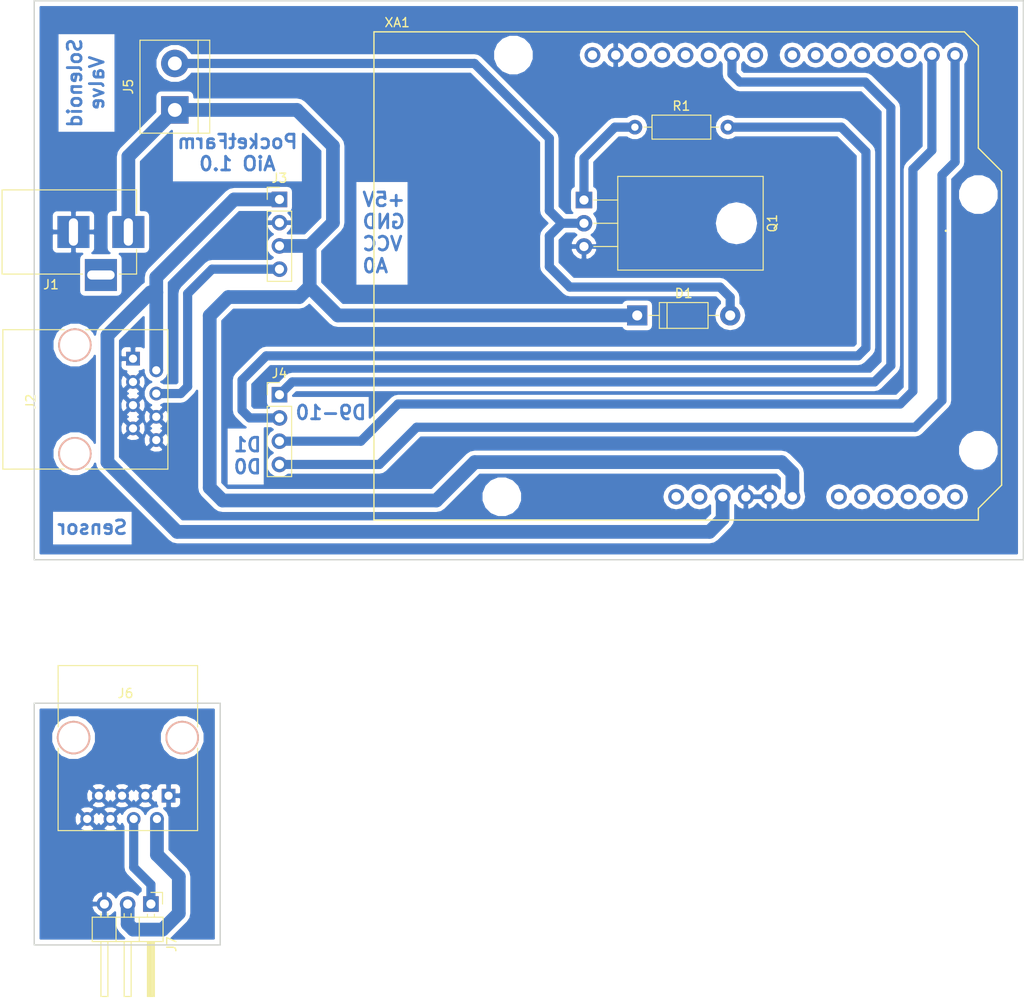
<source format=kicad_pcb>
(kicad_pcb (version 4) (host pcbnew 4.0.7)

  (general
    (links 36)
    (no_connects 3)
    (area 35.385999 31.166999 147.776001 141.474258)
    (thickness 1.6)
    (drawings 19)
    (tracks 92)
    (zones 0)
    (modules 11)
    (nets 32)
  )

  (page A4)
  (layers
    (0 F.Cu signal)
    (31 B.Cu signal)
    (32 B.Adhes user)
    (33 F.Adhes user)
    (34 B.Paste user)
    (35 F.Paste user)
    (36 B.SilkS user)
    (37 F.SilkS user)
    (38 B.Mask user)
    (39 F.Mask user)
    (40 Dwgs.User user)
    (41 Cmts.User user)
    (42 Eco1.User user)
    (43 Eco2.User user)
    (44 Edge.Cuts user)
    (45 Margin user)
    (46 B.CrtYd user)
    (47 F.CrtYd user)
    (48 B.Fab user)
    (49 F.Fab user)
  )

  (setup
    (last_trace_width 1)
    (trace_clearance 0.5)
    (zone_clearance 0.508)
    (zone_45_only no)
    (trace_min 0.2)
    (segment_width 0.2)
    (edge_width 0.15)
    (via_size 2.5)
    (via_drill 1.75)
    (via_min_size 0.4)
    (via_min_drill 0.3)
    (uvia_size 0.3)
    (uvia_drill 0.1)
    (uvias_allowed no)
    (uvia_min_size 0.2)
    (uvia_min_drill 0.1)
    (pcb_text_width 0.3)
    (pcb_text_size 1.5 1.5)
    (mod_edge_width 0.15)
    (mod_text_size 1 1)
    (mod_text_width 0.15)
    (pad_size 1.524 1.524)
    (pad_drill 0.762)
    (pad_to_mask_clearance 0.2)
    (aux_axis_origin 0 0)
    (visible_elements 7FFFFFFF)
    (pcbplotparams
      (layerselection 0x00030_80000001)
      (usegerberextensions false)
      (excludeedgelayer true)
      (linewidth 0.100000)
      (plotframeref false)
      (viasonmask false)
      (mode 1)
      (useauxorigin false)
      (hpglpennumber 1)
      (hpglpenspeed 20)
      (hpglpendiameter 15)
      (hpglpenoverlay 2)
      (psnegative false)
      (psa4output false)
      (plotreference true)
      (plotvalue true)
      (plotinvisibletext false)
      (padsonsilk false)
      (subtractmaskfromsilk false)
      (outputformat 1)
      (mirror false)
      (drillshape 1)
      (scaleselection 1)
      (outputdirectory ""))
  )

  (net 0 "")
  (net 1 VCC)
  (net 2 "Net-(D1-Pad2)")
  (net 3 GND)
  (net 4 "Net-(J1-Pad3)")
  (net 5 +5V)
  (net 6 /A0)
  (net 7 /D9)
  (net 8 /D10)
  (net 9 /D1_RX1)
  (net 10 /D0_TX1)
  (net 11 "Net-(Q1-Pad1)")
  (net 12 "Net-(XA1-PadA0)")
  (net 13 "Net-(XA1-Pad3.3V)")
  (net 14 "Net-(XA1-PadRST1)")
  (net 15 "Net-(XA1-PadD2)")
  (net 16 "Net-(XA1-PadD3)")
  (net 17 "Net-(XA1-PadD4)")
  (net 18 "Net-(XA1-PadD5)")
  (net 19 "Net-(XA1-PadD6)")
  (net 20 "Net-(XA1-PadD7)")
  (net 21 "Net-(XA1-PadD8)")
  (net 22 "Net-(XA1-PadD10)")
  (net 23 "Net-(XA1-PadAREF)")
  (net 24 "Net-(XA1-PadD13)")
  (net 25 "Net-(XA1-PadD12)")
  (net 26 "Net-(XA1-PadD11)")
  (net 27 "Net-(XA1-PadA1)")
  (net 28 "Net-(XA1-PadA2)")
  (net 29 "Net-(XA1-PadA3)")
  (net 30 "Net-(XA1-PadA4)")
  (net 31 "Net-(XA1-PadA5)")

  (net_class Default "This is the default net class."
    (clearance 0.5)
    (trace_width 1)
    (via_dia 2.5)
    (via_drill 1.75)
    (uvia_dia 0.3)
    (uvia_drill 0.1)
    (add_net /A0)
    (add_net /D0_TX1)
    (add_net /D10)
    (add_net /D1_RX1)
    (add_net /D9)
    (add_net "Net-(D1-Pad2)")
    (add_net "Net-(J1-Pad3)")
    (add_net "Net-(Q1-Pad1)")
    (add_net "Net-(XA1-Pad3.3V)")
    (add_net "Net-(XA1-PadA0)")
    (add_net "Net-(XA1-PadA1)")
    (add_net "Net-(XA1-PadA2)")
    (add_net "Net-(XA1-PadA3)")
    (add_net "Net-(XA1-PadA4)")
    (add_net "Net-(XA1-PadA5)")
    (add_net "Net-(XA1-PadAREF)")
    (add_net "Net-(XA1-PadD10)")
    (add_net "Net-(XA1-PadD11)")
    (add_net "Net-(XA1-PadD12)")
    (add_net "Net-(XA1-PadD13)")
    (add_net "Net-(XA1-PadD2)")
    (add_net "Net-(XA1-PadD3)")
    (add_net "Net-(XA1-PadD4)")
    (add_net "Net-(XA1-PadD5)")
    (add_net "Net-(XA1-PadD6)")
    (add_net "Net-(XA1-PadD7)")
    (add_net "Net-(XA1-PadD8)")
    (add_net "Net-(XA1-PadRST1)")
  )

  (net_class Power ""
    (clearance 0.5)
    (trace_width 1.5)
    (via_dia 2.5)
    (via_drill 1.75)
    (uvia_dia 0.3)
    (uvia_drill 0.1)
    (add_net +5V)
    (add_net GND)
    (add_net VCC)
  )

  (module Diodes_THT:D_DO-41_SOD81_P10.16mm_Horizontal (layer F.Cu) (tedit 5921392F) (tstamp 5A81D559)
    (at 105.5116 65.6336)
    (descr "D, DO-41_SOD81 series, Axial, Horizontal, pin pitch=10.16mm, , length*diameter=5.2*2.7mm^2, , http://www.diodes.com/_files/packages/DO-41%20(Plastic).pdf")
    (tags "D DO-41_SOD81 series Axial Horizontal pin pitch 10.16mm  length 5.2mm diameter 2.7mm")
    (path /5A81CFA3)
    (fp_text reference D1 (at 5.08 -2.41) (layer F.SilkS)
      (effects (font (size 1 1) (thickness 0.15)))
    )
    (fp_text value 1N4001 (at 5.08 2.41) (layer F.Fab)
      (effects (font (size 1 1) (thickness 0.15)))
    )
    (fp_text user %R (at 5.08 0) (layer F.Fab)
      (effects (font (size 1 1) (thickness 0.15)))
    )
    (fp_line (start 2.48 -1.35) (end 2.48 1.35) (layer F.Fab) (width 0.1))
    (fp_line (start 2.48 1.35) (end 7.68 1.35) (layer F.Fab) (width 0.1))
    (fp_line (start 7.68 1.35) (end 7.68 -1.35) (layer F.Fab) (width 0.1))
    (fp_line (start 7.68 -1.35) (end 2.48 -1.35) (layer F.Fab) (width 0.1))
    (fp_line (start 0 0) (end 2.48 0) (layer F.Fab) (width 0.1))
    (fp_line (start 10.16 0) (end 7.68 0) (layer F.Fab) (width 0.1))
    (fp_line (start 3.26 -1.35) (end 3.26 1.35) (layer F.Fab) (width 0.1))
    (fp_line (start 2.42 -1.41) (end 2.42 1.41) (layer F.SilkS) (width 0.12))
    (fp_line (start 2.42 1.41) (end 7.74 1.41) (layer F.SilkS) (width 0.12))
    (fp_line (start 7.74 1.41) (end 7.74 -1.41) (layer F.SilkS) (width 0.12))
    (fp_line (start 7.74 -1.41) (end 2.42 -1.41) (layer F.SilkS) (width 0.12))
    (fp_line (start 1.28 0) (end 2.42 0) (layer F.SilkS) (width 0.12))
    (fp_line (start 8.88 0) (end 7.74 0) (layer F.SilkS) (width 0.12))
    (fp_line (start 3.26 -1.41) (end 3.26 1.41) (layer F.SilkS) (width 0.12))
    (fp_line (start -1.35 -1.7) (end -1.35 1.7) (layer F.CrtYd) (width 0.05))
    (fp_line (start -1.35 1.7) (end 11.55 1.7) (layer F.CrtYd) (width 0.05))
    (fp_line (start 11.55 1.7) (end 11.55 -1.7) (layer F.CrtYd) (width 0.05))
    (fp_line (start 11.55 -1.7) (end -1.35 -1.7) (layer F.CrtYd) (width 0.05))
    (pad 1 thru_hole rect (at 0 0) (size 2.2 2.2) (drill 1.1) (layers *.Cu *.Mask)
      (net 1 VCC))
    (pad 2 thru_hole oval (at 10.16 0) (size 2.2 2.2) (drill 1.1) (layers *.Cu *.Mask)
      (net 2 "Net-(D1-Pad2)"))
    (model ${KISYS3DMOD}/Diodes_THT.3dshapes/D_DO-41_SOD81_P10.16mm_Horizontal.wrl
      (at (xyz 0 0 0))
      (scale (xyz 0.393701 0.393701 0.393701))
      (rotate (xyz 0 0 0))
    )
  )

  (module Connectors:BARREL_JACK (layer F.Cu) (tedit 5861378E) (tstamp 5A81D560)
    (at 49.911 56.515)
    (descr "DC Barrel Jack")
    (tags "Power Jack")
    (path /5A81CF9A)
    (fp_text reference J1 (at -8.45 5.75 180) (layer F.SilkS)
      (effects (font (size 1 1) (thickness 0.15)))
    )
    (fp_text value Jack-DC (at -6.2 -5.5) (layer F.Fab)
      (effects (font (size 1 1) (thickness 0.15)))
    )
    (fp_line (start 1 -4.5) (end 1 -4.75) (layer F.CrtYd) (width 0.05))
    (fp_line (start 1 -4.75) (end -14 -4.75) (layer F.CrtYd) (width 0.05))
    (fp_line (start 1 -4.5) (end 1 -2) (layer F.CrtYd) (width 0.05))
    (fp_line (start 1 -2) (end 2 -2) (layer F.CrtYd) (width 0.05))
    (fp_line (start 2 -2) (end 2 2) (layer F.CrtYd) (width 0.05))
    (fp_line (start 2 2) (end 1 2) (layer F.CrtYd) (width 0.05))
    (fp_line (start 1 2) (end 1 4.75) (layer F.CrtYd) (width 0.05))
    (fp_line (start 1 4.75) (end -1 4.75) (layer F.CrtYd) (width 0.05))
    (fp_line (start -1 4.75) (end -1 6.75) (layer F.CrtYd) (width 0.05))
    (fp_line (start -1 6.75) (end -5 6.75) (layer F.CrtYd) (width 0.05))
    (fp_line (start -5 6.75) (end -5 4.75) (layer F.CrtYd) (width 0.05))
    (fp_line (start -5 4.75) (end -14 4.75) (layer F.CrtYd) (width 0.05))
    (fp_line (start -14 4.75) (end -14 -4.75) (layer F.CrtYd) (width 0.05))
    (fp_line (start -5 4.6) (end -13.8 4.6) (layer F.SilkS) (width 0.12))
    (fp_line (start -13.8 4.6) (end -13.8 -4.6) (layer F.SilkS) (width 0.12))
    (fp_line (start 0.9 1.9) (end 0.9 4.6) (layer F.SilkS) (width 0.12))
    (fp_line (start 0.9 4.6) (end -1 4.6) (layer F.SilkS) (width 0.12))
    (fp_line (start -13.8 -4.6) (end 0.9 -4.6) (layer F.SilkS) (width 0.12))
    (fp_line (start 0.9 -4.6) (end 0.9 -2) (layer F.SilkS) (width 0.12))
    (fp_line (start -10.2 -4.5) (end -10.2 4.5) (layer F.Fab) (width 0.1))
    (fp_line (start -13.7 -4.5) (end -13.7 4.5) (layer F.Fab) (width 0.1))
    (fp_line (start -13.7 4.5) (end 0.8 4.5) (layer F.Fab) (width 0.1))
    (fp_line (start 0.8 4.5) (end 0.8 -4.5) (layer F.Fab) (width 0.1))
    (fp_line (start 0.8 -4.5) (end -13.7 -4.5) (layer F.Fab) (width 0.1))
    (pad 1 thru_hole rect (at 0 0) (size 3.5 3.5) (drill oval 1 3) (layers *.Cu *.Mask)
      (net 1 VCC))
    (pad 2 thru_hole rect (at -6 0) (size 3.5 3.5) (drill oval 1 3) (layers *.Cu *.Mask)
      (net 3 GND))
    (pad 3 thru_hole rect (at -3 4.7) (size 3.5 3.5) (drill oval 3 1) (layers *.Cu *.Mask)
      (net 4 "Net-(J1-Pad3)"))
  )

  (module Connectors:RJ45_8 (layer F.Cu) (tedit 0) (tstamp 5A81D56E)
    (at 50.419 70.358 270)
    (tags RJ45)
    (path /5A81DE3E)
    (fp_text reference J2 (at 4.7 11.18 270) (layer F.SilkS)
      (effects (font (size 1 1) (thickness 0.15)))
    )
    (fp_text value RJ45_BUILTIN (at 4.59 6.25 270) (layer F.Fab)
      (effects (font (size 1 1) (thickness 0.15)))
    )
    (fp_line (start -3.17 14.22) (end 12.07 14.22) (layer F.SilkS) (width 0.12))
    (fp_line (start 12.07 -3.81) (end 12.06 5.18) (layer F.SilkS) (width 0.12))
    (fp_line (start 12.07 -3.81) (end -3.17 -3.81) (layer F.SilkS) (width 0.12))
    (fp_line (start -3.17 -3.81) (end -3.17 5.19) (layer F.SilkS) (width 0.12))
    (fp_line (start 12.06 7.52) (end 12.07 14.22) (layer F.SilkS) (width 0.12))
    (fp_line (start -3.17 7.51) (end -3.17 14.22) (layer F.SilkS) (width 0.12))
    (fp_line (start -3.56 -4.06) (end 12.46 -4.06) (layer F.CrtYd) (width 0.05))
    (fp_line (start -3.56 -4.06) (end -3.56 14.47) (layer F.CrtYd) (width 0.05))
    (fp_line (start 12.46 14.47) (end 12.46 -4.06) (layer F.CrtYd) (width 0.05))
    (fp_line (start 12.46 14.47) (end -3.56 14.47) (layer F.CrtYd) (width 0.05))
    (pad Hole np_thru_hole circle (at 10.38 6.35 270) (size 3.65 3.65) (drill 3.25) (layers *.Cu *.SilkS *.Mask))
    (pad Hole np_thru_hole circle (at -1.49 6.35 270) (size 3.65 3.65) (drill 3.25) (layers *.Cu *.SilkS *.Mask))
    (pad 1 thru_hole rect (at 0 0 270) (size 1.5 1.5) (drill 0.9) (layers *.Cu *.Mask)
      (net 3 GND))
    (pad 2 thru_hole circle (at 1.27 -2.54 270) (size 1.5 1.5) (drill 0.9) (layers *.Cu *.Mask)
      (net 5 +5V))
    (pad 3 thru_hole circle (at 2.54 0 270) (size 1.5 1.5) (drill 0.9) (layers *.Cu *.Mask)
      (net 3 GND))
    (pad 4 thru_hole circle (at 3.81 -2.54 270) (size 1.5 1.5) (drill 0.9) (layers *.Cu *.Mask)
      (net 6 /A0))
    (pad 5 thru_hole circle (at 5.08 0 270) (size 1.5 1.5) (drill 0.9) (layers *.Cu *.Mask)
      (net 3 GND))
    (pad 6 thru_hole circle (at 6.35 -2.54 270) (size 1.5 1.5) (drill 0.9) (layers *.Cu *.Mask)
      (net 3 GND))
    (pad 7 thru_hole circle (at 7.62 0 270) (size 1.5 1.5) (drill 0.9) (layers *.Cu *.Mask)
      (net 3 GND))
    (pad 8 thru_hole circle (at 8.89 -2.54 270) (size 1.5 1.5) (drill 0.9) (layers *.Cu *.Mask)
      (net 3 GND))
    (model ${KISYS3DMOD}/Connectors.3dshapes/RJ45_8.wrl
      (at (xyz 0.18 -0.25 0))
      (scale (xyz 0.4 0.4 0.4))
      (rotate (xyz 0 0 0))
    )
  )

  (module Pin_Headers:Pin_Header_Straight_1x04_Pitch2.54mm (layer F.Cu) (tedit 59650532) (tstamp 5A81D576)
    (at 66.421 52.959)
    (descr "Through hole straight pin header, 1x04, 2.54mm pitch, single row")
    (tags "Through hole pin header THT 1x04 2.54mm single row")
    (path /5A81D9F1)
    (fp_text reference J3 (at 0 -2.33) (layer F.SilkS)
      (effects (font (size 1 1) (thickness 0.15)))
    )
    (fp_text value Conn_01x04_Male (at 0 9.95) (layer F.Fab)
      (effects (font (size 1 1) (thickness 0.15)))
    )
    (fp_line (start -0.635 -1.27) (end 1.27 -1.27) (layer F.Fab) (width 0.1))
    (fp_line (start 1.27 -1.27) (end 1.27 8.89) (layer F.Fab) (width 0.1))
    (fp_line (start 1.27 8.89) (end -1.27 8.89) (layer F.Fab) (width 0.1))
    (fp_line (start -1.27 8.89) (end -1.27 -0.635) (layer F.Fab) (width 0.1))
    (fp_line (start -1.27 -0.635) (end -0.635 -1.27) (layer F.Fab) (width 0.1))
    (fp_line (start -1.33 8.95) (end 1.33 8.95) (layer F.SilkS) (width 0.12))
    (fp_line (start -1.33 1.27) (end -1.33 8.95) (layer F.SilkS) (width 0.12))
    (fp_line (start 1.33 1.27) (end 1.33 8.95) (layer F.SilkS) (width 0.12))
    (fp_line (start -1.33 1.27) (end 1.33 1.27) (layer F.SilkS) (width 0.12))
    (fp_line (start -1.33 0) (end -1.33 -1.33) (layer F.SilkS) (width 0.12))
    (fp_line (start -1.33 -1.33) (end 0 -1.33) (layer F.SilkS) (width 0.12))
    (fp_line (start -1.8 -1.8) (end -1.8 9.4) (layer F.CrtYd) (width 0.05))
    (fp_line (start -1.8 9.4) (end 1.8 9.4) (layer F.CrtYd) (width 0.05))
    (fp_line (start 1.8 9.4) (end 1.8 -1.8) (layer F.CrtYd) (width 0.05))
    (fp_line (start 1.8 -1.8) (end -1.8 -1.8) (layer F.CrtYd) (width 0.05))
    (fp_text user %R (at 0 3.81 90) (layer F.Fab)
      (effects (font (size 1 1) (thickness 0.15)))
    )
    (pad 1 thru_hole rect (at 0 0) (size 1.7 1.7) (drill 1) (layers *.Cu *.Mask)
      (net 5 +5V))
    (pad 2 thru_hole oval (at 0 2.54) (size 1.7 1.7) (drill 1) (layers *.Cu *.Mask)
      (net 3 GND))
    (pad 3 thru_hole oval (at 0 5.08) (size 1.7 1.7) (drill 1) (layers *.Cu *.Mask)
      (net 1 VCC))
    (pad 4 thru_hole oval (at 0 7.62) (size 1.7 1.7) (drill 1) (layers *.Cu *.Mask)
      (net 6 /A0))
    (model ${KISYS3DMOD}/Pin_Headers.3dshapes/Pin_Header_Straight_1x04_Pitch2.54mm.wrl
      (at (xyz 0 0 0))
      (scale (xyz 1 1 1))
      (rotate (xyz 0 0 0))
    )
  )

  (module Pin_Headers:Pin_Header_Straight_1x04_Pitch2.54mm (layer F.Cu) (tedit 59650532) (tstamp 5A81D57E)
    (at 66.421 74.295)
    (descr "Through hole straight pin header, 1x04, 2.54mm pitch, single row")
    (tags "Through hole pin header THT 1x04 2.54mm single row")
    (path /5A81D3E7)
    (fp_text reference J4 (at 0 -2.33) (layer F.SilkS)
      (effects (font (size 1 1) (thickness 0.15)))
    )
    (fp_text value Conn_01x04_Male (at 0 9.95) (layer F.Fab)
      (effects (font (size 1 1) (thickness 0.15)))
    )
    (fp_line (start -0.635 -1.27) (end 1.27 -1.27) (layer F.Fab) (width 0.1))
    (fp_line (start 1.27 -1.27) (end 1.27 8.89) (layer F.Fab) (width 0.1))
    (fp_line (start 1.27 8.89) (end -1.27 8.89) (layer F.Fab) (width 0.1))
    (fp_line (start -1.27 8.89) (end -1.27 -0.635) (layer F.Fab) (width 0.1))
    (fp_line (start -1.27 -0.635) (end -0.635 -1.27) (layer F.Fab) (width 0.1))
    (fp_line (start -1.33 8.95) (end 1.33 8.95) (layer F.SilkS) (width 0.12))
    (fp_line (start -1.33 1.27) (end -1.33 8.95) (layer F.SilkS) (width 0.12))
    (fp_line (start 1.33 1.27) (end 1.33 8.95) (layer F.SilkS) (width 0.12))
    (fp_line (start -1.33 1.27) (end 1.33 1.27) (layer F.SilkS) (width 0.12))
    (fp_line (start -1.33 0) (end -1.33 -1.33) (layer F.SilkS) (width 0.12))
    (fp_line (start -1.33 -1.33) (end 0 -1.33) (layer F.SilkS) (width 0.12))
    (fp_line (start -1.8 -1.8) (end -1.8 9.4) (layer F.CrtYd) (width 0.05))
    (fp_line (start -1.8 9.4) (end 1.8 9.4) (layer F.CrtYd) (width 0.05))
    (fp_line (start 1.8 9.4) (end 1.8 -1.8) (layer F.CrtYd) (width 0.05))
    (fp_line (start 1.8 -1.8) (end -1.8 -1.8) (layer F.CrtYd) (width 0.05))
    (fp_text user %R (at 0 3.81 90) (layer F.Fab)
      (effects (font (size 1 1) (thickness 0.15)))
    )
    (pad 1 thru_hole rect (at 0 0) (size 1.7 1.7) (drill 1) (layers *.Cu *.Mask)
      (net 7 /D9))
    (pad 2 thru_hole oval (at 0 2.54) (size 1.7 1.7) (drill 1) (layers *.Cu *.Mask)
      (net 8 /D10))
    (pad 3 thru_hole oval (at 0 5.08) (size 1.7 1.7) (drill 1) (layers *.Cu *.Mask)
      (net 9 /D1_RX1))
    (pad 4 thru_hole oval (at 0 7.62) (size 1.7 1.7) (drill 1) (layers *.Cu *.Mask)
      (net 10 /D0_TX1))
    (model ${KISYS3DMOD}/Pin_Headers.3dshapes/Pin_Header_Straight_1x04_Pitch2.54mm.wrl
      (at (xyz 0 0 0))
      (scale (xyz 1 1 1))
      (rotate (xyz 0 0 0))
    )
  )

  (module Connectors_Terminal_Blocks:TerminalBlock_bornier-2_P5.08mm (layer F.Cu) (tedit 59FF03AB) (tstamp 5A81D584)
    (at 54.991 43.18 90)
    (descr "simple 2-pin terminal block, pitch 5.08mm, revamped version of bornier2")
    (tags "terminal block bornier2")
    (path /5A81CF9D)
    (fp_text reference J5 (at 2.54 -5.08 90) (layer F.SilkS)
      (effects (font (size 1 1) (thickness 0.15)))
    )
    (fp_text value Screw_Terminal_01x02 (at 2.54 5.08 90) (layer F.Fab)
      (effects (font (size 1 1) (thickness 0.15)))
    )
    (fp_text user %R (at 2.54 0 90) (layer F.Fab)
      (effects (font (size 1 1) (thickness 0.15)))
    )
    (fp_line (start -2.41 2.55) (end 7.49 2.55) (layer F.Fab) (width 0.1))
    (fp_line (start -2.46 -3.75) (end -2.46 3.75) (layer F.Fab) (width 0.1))
    (fp_line (start -2.46 3.75) (end 7.54 3.75) (layer F.Fab) (width 0.1))
    (fp_line (start 7.54 3.75) (end 7.54 -3.75) (layer F.Fab) (width 0.1))
    (fp_line (start 7.54 -3.75) (end -2.46 -3.75) (layer F.Fab) (width 0.1))
    (fp_line (start 7.62 2.54) (end -2.54 2.54) (layer F.SilkS) (width 0.12))
    (fp_line (start 7.62 3.81) (end 7.62 -3.81) (layer F.SilkS) (width 0.12))
    (fp_line (start 7.62 -3.81) (end -2.54 -3.81) (layer F.SilkS) (width 0.12))
    (fp_line (start -2.54 -3.81) (end -2.54 3.81) (layer F.SilkS) (width 0.12))
    (fp_line (start -2.54 3.81) (end 7.62 3.81) (layer F.SilkS) (width 0.12))
    (fp_line (start -2.71 -4) (end 7.79 -4) (layer F.CrtYd) (width 0.05))
    (fp_line (start -2.71 -4) (end -2.71 4) (layer F.CrtYd) (width 0.05))
    (fp_line (start 7.79 4) (end 7.79 -4) (layer F.CrtYd) (width 0.05))
    (fp_line (start 7.79 4) (end -2.71 4) (layer F.CrtYd) (width 0.05))
    (pad 1 thru_hole rect (at 0 0 90) (size 3 3) (drill 1.52) (layers *.Cu *.Mask)
      (net 1 VCC))
    (pad 2 thru_hole circle (at 5.08 0 90) (size 3 3) (drill 1.52) (layers *.Cu *.Mask)
      (net 2 "Net-(D1-Pad2)"))
    (model ${KISYS3DMOD}/Terminal_Blocks.3dshapes/TerminalBlock_bornier-2_P5.08mm.wrl
      (at (xyz 0.1 0 0))
      (scale (xyz 1 1 1))
      (rotate (xyz 0 0 0))
    )
  )

  (module Connectors:RJ45_8 (layer F.Cu) (tedit 0) (tstamp 5A81D592)
    (at 54.3052 118.11 180)
    (tags RJ45)
    (path /5A81ECD3)
    (fp_text reference J6 (at 4.7 11.18 180) (layer F.SilkS)
      (effects (font (size 1 1) (thickness 0.15)))
    )
    (fp_text value RJ45_SENSOR (at 4.59 6.25 180) (layer F.Fab)
      (effects (font (size 1 1) (thickness 0.15)))
    )
    (fp_line (start -3.17 14.22) (end 12.07 14.22) (layer F.SilkS) (width 0.12))
    (fp_line (start 12.07 -3.81) (end 12.06 5.18) (layer F.SilkS) (width 0.12))
    (fp_line (start 12.07 -3.81) (end -3.17 -3.81) (layer F.SilkS) (width 0.12))
    (fp_line (start -3.17 -3.81) (end -3.17 5.19) (layer F.SilkS) (width 0.12))
    (fp_line (start 12.06 7.52) (end 12.07 14.22) (layer F.SilkS) (width 0.12))
    (fp_line (start -3.17 7.51) (end -3.17 14.22) (layer F.SilkS) (width 0.12))
    (fp_line (start -3.56 -4.06) (end 12.46 -4.06) (layer F.CrtYd) (width 0.05))
    (fp_line (start -3.56 -4.06) (end -3.56 14.47) (layer F.CrtYd) (width 0.05))
    (fp_line (start 12.46 14.47) (end 12.46 -4.06) (layer F.CrtYd) (width 0.05))
    (fp_line (start 12.46 14.47) (end -3.56 14.47) (layer F.CrtYd) (width 0.05))
    (pad Hole np_thru_hole circle (at 10.38 6.35 180) (size 3.65 3.65) (drill 3.25) (layers *.Cu *.SilkS *.Mask))
    (pad Hole np_thru_hole circle (at -1.49 6.35 180) (size 3.65 3.65) (drill 3.25) (layers *.Cu *.SilkS *.Mask))
    (pad 1 thru_hole rect (at 0 0 180) (size 1.5 1.5) (drill 0.9) (layers *.Cu *.Mask)
      (net 3 GND))
    (pad 2 thru_hole circle (at 1.27 -2.54 180) (size 1.5 1.5) (drill 0.9) (layers *.Cu *.Mask)
      (net 5 +5V))
    (pad 3 thru_hole circle (at 2.54 0 180) (size 1.5 1.5) (drill 0.9) (layers *.Cu *.Mask)
      (net 3 GND))
    (pad 4 thru_hole circle (at 3.81 -2.54 180) (size 1.5 1.5) (drill 0.9) (layers *.Cu *.Mask)
      (net 6 /A0))
    (pad 5 thru_hole circle (at 5.08 0 180) (size 1.5 1.5) (drill 0.9) (layers *.Cu *.Mask)
      (net 3 GND))
    (pad 6 thru_hole circle (at 6.35 -2.54 180) (size 1.5 1.5) (drill 0.9) (layers *.Cu *.Mask)
      (net 3 GND))
    (pad 7 thru_hole circle (at 7.62 0 180) (size 1.5 1.5) (drill 0.9) (layers *.Cu *.Mask)
      (net 3 GND))
    (pad 8 thru_hole circle (at 8.89 -2.54 180) (size 1.5 1.5) (drill 0.9) (layers *.Cu *.Mask)
      (net 3 GND))
    (model ${KISYS3DMOD}/Connectors.3dshapes/RJ45_8.wrl
      (at (xyz 0.18 -0.25 0))
      (scale (xyz 0.4 0.4 0.4))
      (rotate (xyz 0 0 0))
    )
  )

  (module Pin_Headers:Pin_Header_Angled_1x03_Pitch2.54mm (layer F.Cu) (tedit 5A81E0BB) (tstamp 5A81D599)
    (at 52.3748 129.9464 270)
    (descr "Through hole angled pin header, 1x03, 2.54mm pitch, 6mm pin length, single row")
    (tags "Through hole angled pin header THT 1x03 2.54mm single row")
    (path /5A81EE01)
    (fp_text reference J7 (at 4.385 -2.27 270) (layer F.SilkS)
      (effects (font (size 1 1) (thickness 0.15)))
    )
    (fp_text value Conn_01x03_Male (at 4.385 7.35 270) (layer F.Fab)
      (effects (font (size 1 1) (thickness 0.15)))
    )
    (fp_line (start 2.135 -1.27) (end 4.04 -1.27) (layer F.Fab) (width 0.1))
    (fp_line (start 4.04 -1.27) (end 4.04 6.35) (layer F.Fab) (width 0.1))
    (fp_line (start 4.04 6.35) (end 1.5 6.35) (layer F.Fab) (width 0.1))
    (fp_line (start 1.5 6.35) (end 1.5 -0.635) (layer F.Fab) (width 0.1))
    (fp_line (start 1.5 -0.635) (end 2.135 -1.27) (layer F.Fab) (width 0.1))
    (fp_line (start -0.32 -0.32) (end 1.5 -0.32) (layer F.Fab) (width 0.1))
    (fp_line (start -0.32 -0.32) (end -0.32 0.32) (layer F.Fab) (width 0.1))
    (fp_line (start -0.32 0.32) (end 1.5 0.32) (layer F.Fab) (width 0.1))
    (fp_line (start 4.04 -0.32) (end 10.04 -0.32) (layer F.Fab) (width 0.1))
    (fp_line (start 10.04 -0.32) (end 10.04 0.32) (layer F.Fab) (width 0.1))
    (fp_line (start 4.04 0.32) (end 10.04 0.32) (layer F.Fab) (width 0.1))
    (fp_line (start -0.32 2.22) (end 1.5 2.22) (layer F.Fab) (width 0.1))
    (fp_line (start -0.32 2.22) (end -0.32 2.86) (layer F.Fab) (width 0.1))
    (fp_line (start -0.32 2.86) (end 1.5 2.86) (layer F.Fab) (width 0.1))
    (fp_line (start 4.04 2.22) (end 10.04 2.22) (layer F.Fab) (width 0.1))
    (fp_line (start 10.04 2.22) (end 10.04 2.86) (layer F.Fab) (width 0.1))
    (fp_line (start 4.04 2.86) (end 10.04 2.86) (layer F.Fab) (width 0.1))
    (fp_line (start -0.32 4.76) (end 1.5 4.76) (layer F.Fab) (width 0.1))
    (fp_line (start -0.32 4.76) (end -0.32 5.4) (layer F.Fab) (width 0.1))
    (fp_line (start -0.32 5.4) (end 1.5 5.4) (layer F.Fab) (width 0.1))
    (fp_line (start 4.04 4.76) (end 10.04 4.76) (layer F.Fab) (width 0.1))
    (fp_line (start 10.04 4.76) (end 10.04 5.4) (layer F.Fab) (width 0.1))
    (fp_line (start 4.04 5.4) (end 10.04 5.4) (layer F.Fab) (width 0.1))
    (fp_line (start 1.44 -1.33) (end 1.44 6.41) (layer F.SilkS) (width 0.12))
    (fp_line (start 1.44 6.41) (end 4.1 6.41) (layer F.SilkS) (width 0.12))
    (fp_line (start 4.1 6.41) (end 4.1 -1.33) (layer F.SilkS) (width 0.12))
    (fp_line (start 4.1 -1.33) (end 1.44 -1.33) (layer F.SilkS) (width 0.12))
    (fp_line (start 4.1 -0.38) (end 10.1 -0.38) (layer F.SilkS) (width 0.12))
    (fp_line (start 10.1 -0.38) (end 10.1 0.38) (layer F.SilkS) (width 0.12))
    (fp_line (start 10.1 0.38) (end 4.1 0.38) (layer F.SilkS) (width 0.12))
    (fp_line (start 4.1 -0.32) (end 10.1 -0.32) (layer F.SilkS) (width 0.12))
    (fp_line (start 4.1 -0.2) (end 10.1 -0.2) (layer F.SilkS) (width 0.12))
    (fp_line (start 4.1 -0.08) (end 10.1 -0.08) (layer F.SilkS) (width 0.12))
    (fp_line (start 4.1 0.04) (end 10.1 0.04) (layer F.SilkS) (width 0.12))
    (fp_line (start 4.1 0.16) (end 10.1 0.16) (layer F.SilkS) (width 0.12))
    (fp_line (start 4.1 0.28) (end 10.1 0.28) (layer F.SilkS) (width 0.12))
    (fp_line (start 1.11 -0.38) (end 1.44 -0.38) (layer F.SilkS) (width 0.12))
    (fp_line (start 1.11 0.38) (end 1.44 0.38) (layer F.SilkS) (width 0.12))
    (fp_line (start 1.44 1.27) (end 4.1 1.27) (layer F.SilkS) (width 0.12))
    (fp_line (start 4.1 2.16) (end 10.1 2.16) (layer F.SilkS) (width 0.12))
    (fp_line (start 10.1 2.16) (end 10.1 2.92) (layer F.SilkS) (width 0.12))
    (fp_line (start 10.1 2.92) (end 4.1 2.92) (layer F.SilkS) (width 0.12))
    (fp_line (start 1.042929 2.16) (end 1.44 2.16) (layer F.SilkS) (width 0.12))
    (fp_line (start 1.042929 2.92) (end 1.44 2.92) (layer F.SilkS) (width 0.12))
    (fp_line (start 1.44 3.81) (end 4.1 3.81) (layer F.SilkS) (width 0.12))
    (fp_line (start 4.1 4.7) (end 10.1 4.7) (layer F.SilkS) (width 0.12))
    (fp_line (start 10.1 4.7) (end 10.1 5.46) (layer F.SilkS) (width 0.12))
    (fp_line (start 10.1 5.46) (end 4.1 5.46) (layer F.SilkS) (width 0.12))
    (fp_line (start 1.042929 4.7) (end 1.44 4.7) (layer F.SilkS) (width 0.12))
    (fp_line (start 1.042929 5.46) (end 1.44 5.46) (layer F.SilkS) (width 0.12))
    (fp_line (start -1.27 0) (end -1.27 -1.27) (layer F.SilkS) (width 0.12))
    (fp_line (start -1.27 -1.27) (end 0 -1.27) (layer F.SilkS) (width 0.12))
    (fp_line (start -1.8 -1.8) (end -1.8 6.85) (layer F.CrtYd) (width 0.05))
    (fp_line (start -1.8 6.85) (end 10.55 6.85) (layer F.CrtYd) (width 0.05))
    (fp_line (start 10.55 6.85) (end 10.55 -1.8) (layer F.CrtYd) (width 0.05))
    (fp_line (start 10.55 -1.8) (end -1.8 -1.8) (layer F.CrtYd) (width 0.05))
    (fp_text user %R (at 2.77 2.54 450) (layer F.Fab)
      (effects (font (size 1 1) (thickness 0.15)))
    )
    (pad 1 thru_hole rect (at 0 0 270) (size 1.7 1.7) (drill 1) (layers *.Cu *.Mask)
      (net 6 /A0))
    (pad 2 thru_hole oval (at 0 2.54 270) (size 1.7 1.7) (drill 1) (layers *.Cu *.Mask)
      (net 5 +5V))
    (pad 3 thru_hole oval (at 0 5.08 270) (size 1.7 1.7) (drill 1) (layers *.Cu *.Mask)
      (net 3 GND))
    (model ${KISYS3DMOD}/Pin_Headers.3dshapes/Pin_Header_Angled_1x03_Pitch2.54mm.wrl
      (at (xyz 0 0 0))
      (scale (xyz 1 1 1))
      (rotate (xyz 0 0 0))
    )
  )

  (module TO_SOT_Packages_THT:TO-220-3_Horizontal (layer F.Cu) (tedit 58CE52AD) (tstamp 5A81D5A1)
    (at 99.695 53.0225 270)
    (descr "TO-220-3, Horizontal, RM 2.54mm")
    (tags "TO-220-3 Horizontal RM 2.54mm")
    (path /5A81CF9F)
    (fp_text reference Q1 (at 2.54 -20.58 270) (layer F.SilkS)
      (effects (font (size 1 1) (thickness 0.15)))
    )
    (fp_text value TIP120 (at 2.54 1.9 270) (layer F.Fab)
      (effects (font (size 1 1) (thickness 0.15)))
    )
    (fp_text user %R (at 2.54 -20.58 270) (layer F.Fab)
      (effects (font (size 1 1) (thickness 0.15)))
    )
    (fp_line (start -2.46 -13.06) (end -2.46 -19.46) (layer F.Fab) (width 0.1))
    (fp_line (start -2.46 -19.46) (end 7.54 -19.46) (layer F.Fab) (width 0.1))
    (fp_line (start 7.54 -19.46) (end 7.54 -13.06) (layer F.Fab) (width 0.1))
    (fp_line (start 7.54 -13.06) (end -2.46 -13.06) (layer F.Fab) (width 0.1))
    (fp_line (start -2.46 -3.81) (end -2.46 -13.06) (layer F.Fab) (width 0.1))
    (fp_line (start -2.46 -13.06) (end 7.54 -13.06) (layer F.Fab) (width 0.1))
    (fp_line (start 7.54 -13.06) (end 7.54 -3.81) (layer F.Fab) (width 0.1))
    (fp_line (start 7.54 -3.81) (end -2.46 -3.81) (layer F.Fab) (width 0.1))
    (fp_line (start 0 -3.81) (end 0 0) (layer F.Fab) (width 0.1))
    (fp_line (start 2.54 -3.81) (end 2.54 0) (layer F.Fab) (width 0.1))
    (fp_line (start 5.08 -3.81) (end 5.08 0) (layer F.Fab) (width 0.1))
    (fp_line (start -2.58 -3.69) (end 7.66 -3.69) (layer F.SilkS) (width 0.12))
    (fp_line (start -2.58 -19.58) (end 7.66 -19.58) (layer F.SilkS) (width 0.12))
    (fp_line (start -2.58 -19.58) (end -2.58 -3.69) (layer F.SilkS) (width 0.12))
    (fp_line (start 7.66 -19.58) (end 7.66 -3.69) (layer F.SilkS) (width 0.12))
    (fp_line (start 0 -3.69) (end 0 -1.05) (layer F.SilkS) (width 0.12))
    (fp_line (start 2.54 -3.69) (end 2.54 -1.066) (layer F.SilkS) (width 0.12))
    (fp_line (start 5.08 -3.69) (end 5.08 -1.066) (layer F.SilkS) (width 0.12))
    (fp_line (start -2.71 -19.71) (end -2.71 1.15) (layer F.CrtYd) (width 0.05))
    (fp_line (start -2.71 1.15) (end 7.79 1.15) (layer F.CrtYd) (width 0.05))
    (fp_line (start 7.79 1.15) (end 7.79 -19.71) (layer F.CrtYd) (width 0.05))
    (fp_line (start 7.79 -19.71) (end -2.71 -19.71) (layer F.CrtYd) (width 0.05))
    (fp_circle (center 2.54 -16.66) (end 4.39 -16.66) (layer F.Fab) (width 0.1))
    (pad 0 np_thru_hole oval (at 2.54 -16.66 270) (size 3.5 3.5) (drill 3.5) (layers *.Cu *.Mask))
    (pad 1 thru_hole rect (at 0 0 270) (size 1.8 1.8) (drill 1) (layers *.Cu *.Mask)
      (net 11 "Net-(Q1-Pad1)"))
    (pad 2 thru_hole oval (at 2.54 0 270) (size 1.8 1.8) (drill 1) (layers *.Cu *.Mask)
      (net 2 "Net-(D1-Pad2)"))
    (pad 3 thru_hole oval (at 5.08 0 270) (size 1.8 1.8) (drill 1) (layers *.Cu *.Mask)
      (net 3 GND))
    (model ${KISYS3DMOD}/TO_SOT_Packages_THT.3dshapes/TO-220-3_Horizontal.wrl
      (at (xyz 0.1 0 0))
      (scale (xyz 0.393701 0.393701 0.393701))
      (rotate (xyz 0 0 0))
    )
  )

  (module Resistors_THT:R_Axial_DIN0207_L6.3mm_D2.5mm_P10.16mm_Horizontal (layer F.Cu) (tedit 5874F706) (tstamp 5A81D5A7)
    (at 105.2576 45.0596)
    (descr "Resistor, Axial_DIN0207 series, Axial, Horizontal, pin pitch=10.16mm, 0.25W = 1/4W, length*diameter=6.3*2.5mm^2, http://cdn-reichelt.de/documents/datenblatt/B400/1_4W%23YAG.pdf")
    (tags "Resistor Axial_DIN0207 series Axial Horizontal pin pitch 10.16mm 0.25W = 1/4W length 6.3mm diameter 2.5mm")
    (path /5A81CFA1)
    (fp_text reference R1 (at 5.08 -2.31) (layer F.SilkS)
      (effects (font (size 1 1) (thickness 0.15)))
    )
    (fp_text value 1k (at 5.08 2.31) (layer F.Fab)
      (effects (font (size 1 1) (thickness 0.15)))
    )
    (fp_line (start 1.93 -1.25) (end 1.93 1.25) (layer F.Fab) (width 0.1))
    (fp_line (start 1.93 1.25) (end 8.23 1.25) (layer F.Fab) (width 0.1))
    (fp_line (start 8.23 1.25) (end 8.23 -1.25) (layer F.Fab) (width 0.1))
    (fp_line (start 8.23 -1.25) (end 1.93 -1.25) (layer F.Fab) (width 0.1))
    (fp_line (start 0 0) (end 1.93 0) (layer F.Fab) (width 0.1))
    (fp_line (start 10.16 0) (end 8.23 0) (layer F.Fab) (width 0.1))
    (fp_line (start 1.87 -1.31) (end 1.87 1.31) (layer F.SilkS) (width 0.12))
    (fp_line (start 1.87 1.31) (end 8.29 1.31) (layer F.SilkS) (width 0.12))
    (fp_line (start 8.29 1.31) (end 8.29 -1.31) (layer F.SilkS) (width 0.12))
    (fp_line (start 8.29 -1.31) (end 1.87 -1.31) (layer F.SilkS) (width 0.12))
    (fp_line (start 0.98 0) (end 1.87 0) (layer F.SilkS) (width 0.12))
    (fp_line (start 9.18 0) (end 8.29 0) (layer F.SilkS) (width 0.12))
    (fp_line (start -1.05 -1.6) (end -1.05 1.6) (layer F.CrtYd) (width 0.05))
    (fp_line (start -1.05 1.6) (end 11.25 1.6) (layer F.CrtYd) (width 0.05))
    (fp_line (start 11.25 1.6) (end 11.25 -1.6) (layer F.CrtYd) (width 0.05))
    (fp_line (start 11.25 -1.6) (end -1.05 -1.6) (layer F.CrtYd) (width 0.05))
    (pad 1 thru_hole circle (at 0 0) (size 1.6 1.6) (drill 0.8) (layers *.Cu *.Mask)
      (net 11 "Net-(Q1-Pad1)"))
    (pad 2 thru_hole oval (at 10.16 0) (size 1.6 1.6) (drill 0.8) (layers *.Cu *.Mask)
      (net 8 /D10))
    (model ${KISYS3DMOD}/Resistors_THT.3dshapes/R_Axial_DIN0207_L6.3mm_D2.5mm_P10.16mm_Horizontal.wrl
      (at (xyz 0 0 0))
      (scale (xyz 0.393701 0.393701 0.393701))
      (rotate (xyz 0 0 0))
    )
  )

  (module "Modded Shield:Arduino_Uno_Shield" (layer F.Cu) (tedit 5898A1DC) (tstamp 5A81D5D5)
    (at 76.7461 87.9856)
    (descr https://store.arduino.cc/arduino-uno-rev3)
    (path /5A81CD65)
    (fp_text reference XA1 (at 2.54 -54.356) (layer F.SilkS)
      (effects (font (size 1 1) (thickness 0.15)))
    )
    (fp_text value Arduino_Uno_Shield (at 15.494 -54.356) (layer F.Fab)
      (effects (font (size 1 1) (thickness 0.15)))
    )
    (fp_text user . (at 62.484 -32.004) (layer F.SilkS)
      (effects (font (size 1 1) (thickness 0.15)))
    )
    (fp_line (start 0 -53.34) (end 0 0) (layer F.SilkS) (width 0.15))
    (fp_line (start 66.04 -40.64) (end 66.04 -51.816) (layer F.SilkS) (width 0.15))
    (fp_line (start 68.58 -38.1) (end 66.04 -40.64) (layer F.SilkS) (width 0.15))
    (fp_line (start 68.58 -3.81) (end 68.58 -38.1) (layer F.SilkS) (width 0.15))
    (fp_line (start 66.04 -1.27) (end 68.58 -3.81) (layer F.SilkS) (width 0.15))
    (fp_line (start 66.04 0) (end 66.04 -1.27) (layer F.SilkS) (width 0.15))
    (fp_line (start 64.516 -53.34) (end 66.04 -51.816) (layer F.SilkS) (width 0.15))
    (fp_line (start 0 0) (end 66.04 0) (layer F.SilkS) (width 0.15))
    (fp_line (start 0 -53.34) (end 64.516 -53.34) (layer F.SilkS) (width 0.15))
    (pad A0 thru_hole oval (at 50.8 -2.54) (size 1.7272 1.7272) (drill 1.016) (layers *.Cu *.Mask)
      (net 12 "Net-(XA1-PadA0)"))
    (pad VIN thru_hole oval (at 45.72 -2.54) (size 1.7272 1.7272) (drill 1.016) (layers *.Cu *.Mask)
      (net 1 VCC))
    (pad GND3 thru_hole oval (at 43.18 -2.54) (size 1.7272 1.7272) (drill 1.016) (layers *.Cu *.Mask)
      (net 3 GND))
    (pad GND2 thru_hole oval (at 40.64 -2.54) (size 1.7272 1.7272) (drill 1.016) (layers *.Cu *.Mask)
      (net 3 GND))
    (pad 5V1 thru_hole oval (at 38.1 -2.54) (size 1.7272 1.7272) (drill 1.016) (layers *.Cu *.Mask)
      (net 5 +5V))
    (pad 3.3V thru_hole oval (at 35.56 -2.54) (size 1.7272 1.7272) (drill 1.016) (layers *.Cu *.Mask)
      (net 13 "Net-(XA1-Pad3.3V)"))
    (pad RST1 thru_hole oval (at 33.02 -2.54) (size 1.7272 1.7272) (drill 1.016) (layers *.Cu *.Mask)
      (net 14 "Net-(XA1-PadRST1)"))
    (pad D0 thru_hole oval (at 63.5 -50.8) (size 1.7272 1.7272) (drill 1.016) (layers *.Cu *.Mask)
      (net 10 /D0_TX1))
    (pad D1 thru_hole oval (at 60.96 -50.8) (size 1.7272 1.7272) (drill 1.016) (layers *.Cu *.Mask)
      (net 9 /D1_RX1))
    (pad D2 thru_hole oval (at 58.42 -50.8) (size 1.7272 1.7272) (drill 1.016) (layers *.Cu *.Mask)
      (net 15 "Net-(XA1-PadD2)"))
    (pad D3 thru_hole oval (at 55.88 -50.8) (size 1.7272 1.7272) (drill 1.016) (layers *.Cu *.Mask)
      (net 16 "Net-(XA1-PadD3)"))
    (pad D4 thru_hole oval (at 53.34 -50.8) (size 1.7272 1.7272) (drill 1.016) (layers *.Cu *.Mask)
      (net 17 "Net-(XA1-PadD4)"))
    (pad D5 thru_hole oval (at 50.8 -50.8) (size 1.7272 1.7272) (drill 1.016) (layers *.Cu *.Mask)
      (net 18 "Net-(XA1-PadD5)"))
    (pad D6 thru_hole oval (at 48.26 -50.8) (size 1.7272 1.7272) (drill 1.016) (layers *.Cu *.Mask)
      (net 19 "Net-(XA1-PadD6)"))
    (pad D7 thru_hole oval (at 45.72 -50.8) (size 1.7272 1.7272) (drill 1.016) (layers *.Cu *.Mask)
      (net 20 "Net-(XA1-PadD7)"))
    (pad GND1 thru_hole oval (at 26.416 -50.8) (size 1.7272 1.7272) (drill 1.016) (layers *.Cu *.Mask)
      (net 3 GND))
    (pad D8 thru_hole oval (at 41.656 -50.8) (size 1.7272 1.7272) (drill 1.016) (layers *.Cu *.Mask)
      (net 21 "Net-(XA1-PadD8)"))
    (pad D9 thru_hole oval (at 39.116 -50.8) (size 1.7272 1.7272) (drill 1.016) (layers *.Cu *.Mask)
      (net 7 /D9))
    (pad D10 thru_hole oval (at 36.576 -50.8) (size 1.7272 1.7272) (drill 1.016) (layers *.Cu *.Mask)
      (net 22 "Net-(XA1-PadD10)"))
    (pad "" np_thru_hole circle (at 66.04 -7.62) (size 3.2 3.2) (drill 3.2) (layers *.Cu *.Mask))
    (pad "" np_thru_hole circle (at 66.04 -35.56) (size 3.2 3.2) (drill 3.2) (layers *.Cu *.Mask))
    (pad "" np_thru_hole circle (at 15.24 -50.8) (size 3.2 3.2) (drill 3.2) (layers *.Cu *.Mask))
    (pad "" np_thru_hole circle (at 13.97 -2.54) (size 3.2 3.2) (drill 3.2) (layers *.Cu *.Mask))
    (pad AREF thru_hole oval (at 23.876 -50.8) (size 1.7272 1.7272) (drill 1.016) (layers *.Cu *.Mask)
      (net 23 "Net-(XA1-PadAREF)"))
    (pad D13 thru_hole oval (at 28.956 -50.8) (size 1.7272 1.7272) (drill 1.016) (layers *.Cu *.Mask)
      (net 24 "Net-(XA1-PadD13)"))
    (pad D12 thru_hole oval (at 31.496 -50.8) (size 1.7272 1.7272) (drill 1.016) (layers *.Cu *.Mask)
      (net 25 "Net-(XA1-PadD12)"))
    (pad D11 thru_hole oval (at 34.036 -50.8) (size 1.7272 1.7272) (drill 1.016) (layers *.Cu *.Mask)
      (net 26 "Net-(XA1-PadD11)"))
    (pad A1 thru_hole oval (at 53.34 -2.54) (size 1.7272 1.7272) (drill 1.016) (layers *.Cu *.Mask)
      (net 27 "Net-(XA1-PadA1)"))
    (pad A2 thru_hole oval (at 55.88 -2.54) (size 1.7272 1.7272) (drill 1.016) (layers *.Cu *.Mask)
      (net 28 "Net-(XA1-PadA2)"))
    (pad A3 thru_hole oval (at 58.42 -2.54) (size 1.7272 1.7272) (drill 1.016) (layers *.Cu *.Mask)
      (net 29 "Net-(XA1-PadA3)"))
    (pad A4 thru_hole oval (at 60.96 -2.54) (size 1.7272 1.7272) (drill 1.016) (layers *.Cu *.Mask)
      (net 30 "Net-(XA1-PadA4)"))
    (pad A5 thru_hole oval (at 63.5 -2.54) (size 1.7272 1.7272) (drill 1.016) (layers *.Cu *.Mask)
      (net 31 "Net-(XA1-PadA5)"))
  )

  (gr_line (start 39.624 134.4168) (end 39.624 108.0008) (angle 90) (layer Edge.Cuts) (width 0.15))
  (gr_line (start 59.944 134.4168) (end 39.6748 134.4168) (angle 90) (layer Edge.Cuts) (width 0.15))
  (gr_line (start 59.944 108.0008) (end 59.944 134.4168) (angle 90) (layer Edge.Cuts) (width 0.15))
  (gr_line (start 39.624 108.0008) (end 59.944 108.0008) (angle 90) (layer Edge.Cuts) (width 0.15))
  (gr_text "PocketFarm\nAiO 1.0" (at 61.8236 47.8536) (layer B.Cu)
    (effects (font (size 1.5 1.5) (thickness 0.3)) (justify mirror))
  )
  (gr_text Sensor (at 45.974 88.7984) (layer B.Cu)
    (effects (font (size 1.5 1.5) (thickness 0.3)) (justify mirror))
  )
  (gr_text "Solenoid\nValve" (at 45.2628 40.2336 90) (layer B.Cu)
    (effects (font (size 1.5 1.5) (thickness 0.3)) (justify mirror))
  )
  (gr_text "+5V\nGND\nVCC\nA0" (at 75.3364 56.5912) (layer B.Cu)
    (effects (font (size 1.5 1.5) (thickness 0.3)) (justify right mirror))
  )
  (gr_text D9-10 (at 68.0212 76.2508) (layer B.Cu)
    (effects (font (size 1.5 1.5) (thickness 0.3)) (justify right mirror))
  )
  (gr_text "D1\nD0" (at 61.2648 80.9752) (layer B.Cu)
    (effects (font (size 1.5 1.5) (thickness 0.3)) (justify right mirror))
  )
  (gr_line (start 39.624 92.329) (end 39.751 92.329) (angle 90) (layer Edge.Cuts) (width 0.15))
  (gr_line (start 39.624 90.297) (end 39.624 92.329) (angle 90) (layer Edge.Cuts) (width 0.15))
  (gr_line (start 147.701 90.297) (end 147.701 92.329) (angle 90) (layer Edge.Cuts) (width 0.15))
  (gr_line (start 39.751 31.242) (end 39.624 31.242) (angle 90) (layer Edge.Cuts) (width 0.15))
  (gr_line (start 39.624 90.297) (end 39.624 31.242) (angle 90) (layer Edge.Cuts) (width 0.15))
  (gr_line (start 147.701 92.329) (end 39.751 92.329) (angle 90) (layer Edge.Cuts) (width 0.15))
  (gr_line (start 147.701 31.242) (end 147.701 90.297) (angle 90) (layer Edge.Cuts) (width 0.15))
  (gr_line (start 147.701 31.242) (end 39.624 31.242) (angle 90) (layer Edge.Cuts) (width 0.15))
  (gr_line (start 39.751 31.242) (end 147.701 31.242) (angle 90) (layer Edge.Cuts) (width 0.15))

  (segment (start 72.7964 65.6336) (end 105.5116 65.6336) (width 1.5) (layer B.Cu) (net 1) (tstamp 5A81DFF1))
  (segment (start 69.723 62.5602) (end 72.7964 65.6336) (width 1.5) (layer B.Cu) (net 1) (tstamp 5A81DFF0))
  (segment (start 69.723 62.484) (end 69.723 62.5602) (width 1.5) (layer B.Cu) (net 1))
  (segment (start 69.723 58.039) (end 69.723 62.484) (width 1.5) (layer B.Cu) (net 1))
  (segment (start 122.4661 82.8421) (end 122.4661 85.4456) (width 1.5) (layer B.Cu) (net 1) (tstamp 5A81DCC8))
  (segment (start 121.285 81.661) (end 122.4661 82.8421) (width 1.5) (layer B.Cu) (net 1) (tstamp 5A81DCC7))
  (segment (start 87.757 81.661) (end 121.285 81.661) (width 1.5) (layer B.Cu) (net 1) (tstamp 5A81DCC6))
  (segment (start 83.566 85.852) (end 87.757 81.661) (width 1.5) (layer B.Cu) (net 1) (tstamp 5A81DCC5))
  (segment (start 60.198 85.852) (end 83.566 85.852) (width 1.5) (layer B.Cu) (net 1) (tstamp 5A81DCC4))
  (segment (start 58.801 84.455) (end 60.198 85.852) (width 1.5) (layer B.Cu) (net 1) (tstamp 5A81DCC3))
  (segment (start 58.801 65.659) (end 58.801 84.455) (width 1.5) (layer B.Cu) (net 1) (tstamp 5A81DCC2))
  (segment (start 60.833 63.627) (end 58.801 65.659) (width 1.5) (layer B.Cu) (net 1) (tstamp 5A81DCC1))
  (segment (start 68.58 63.627) (end 60.833 63.627) (width 1.5) (layer B.Cu) (net 1) (tstamp 5A81DCC0))
  (segment (start 69.723 62.484) (end 68.58 63.627) (width 1.5) (layer B.Cu) (net 1) (tstamp 5A81DCBF))
  (segment (start 66.421 58.039) (end 69.723 58.039) (width 1.5) (layer B.Cu) (net 1))
  (segment (start 68.326 43.18) (end 54.991 43.18) (width 1.5) (layer B.Cu) (net 1) (tstamp 5A81DB2E))
  (segment (start 72.263 47.117) (end 68.326 43.18) (width 1.5) (layer B.Cu) (net 1) (tstamp 5A81DB2D))
  (segment (start 72.263 55.499) (end 72.263 47.117) (width 1.5) (layer B.Cu) (net 1) (tstamp 5A81DB2C))
  (segment (start 69.723 58.039) (end 72.263 55.499) (width 1.5) (layer B.Cu) (net 1) (tstamp 5A81DB2B))
  (segment (start 49.911 56.515) (end 49.911 48.26) (width 1.5) (layer B.Cu) (net 1))
  (segment (start 49.911 48.26) (end 54.991 43.18) (width 1.5) (layer B.Cu) (net 1) (tstamp 5A81DB19))
  (segment (start 54.991 38.1) (end 87.7316 38.1) (width 1) (layer B.Cu) (net 2))
  (segment (start 95.9104 54.1782) (end 97.2947 55.5625) (width 1) (layer B.Cu) (net 2) (tstamp 5A81E6D0))
  (segment (start 95.9104 46.2788) (end 95.9104 54.1782) (width 1) (layer B.Cu) (net 2) (tstamp 5A81E6CE))
  (segment (start 87.7316 38.1) (end 95.9104 46.2788) (width 1) (layer B.Cu) (net 2) (tstamp 5A81E6CC))
  (segment (start 115.6716 65.6336) (end 115.6716 63.6524) (width 1) (layer B.Cu) (net 2))
  (segment (start 97.2947 55.5625) (end 99.695 55.5625) (width 1) (layer B.Cu) (net 2) (tstamp 5A81DFE5))
  (segment (start 95.9104 56.9468) (end 97.2947 55.5625) (width 1) (layer B.Cu) (net 2) (tstamp 5A81DFE4))
  (segment (start 95.9104 60.2996) (end 95.9104 56.9468) (width 1) (layer B.Cu) (net 2) (tstamp 5A81DFE3))
  (segment (start 98.1456 62.5348) (end 95.9104 60.2996) (width 1) (layer B.Cu) (net 2) (tstamp 5A81DFE2))
  (segment (start 114.554 62.5348) (end 98.1456 62.5348) (width 1) (layer B.Cu) (net 2) (tstamp 5A81DFE1))
  (segment (start 115.6716 63.6524) (end 114.554 62.5348) (width 1) (layer B.Cu) (net 2) (tstamp 5A81DFE0))
  (segment (start 53.0352 120.65) (end 53.0352 124.5616) (width 1.5) (layer B.Cu) (net 5))
  (segment (start 49.8348 132.1308) (end 49.8348 129.9464) (width 1.5) (layer B.Cu) (net 5) (tstamp 5A81E739))
  (segment (start 50.4444 132.7404) (end 49.8348 132.1308) (width 1.5) (layer B.Cu) (net 5) (tstamp 5A81E738))
  (segment (start 53.6448 132.7404) (end 50.4444 132.7404) (width 1.5) (layer B.Cu) (net 5) (tstamp 5A81E737))
  (segment (start 55.4228 130.9624) (end 53.6448 132.7404) (width 1.5) (layer B.Cu) (net 5) (tstamp 5A81E736))
  (segment (start 55.4228 126.9492) (end 55.4228 130.9624) (width 1.5) (layer B.Cu) (net 5) (tstamp 5A81E735))
  (segment (start 53.0352 124.5616) (end 55.4228 126.9492) (width 1.5) (layer B.Cu) (net 5) (tstamp 5A81E734))
  (segment (start 52.959 63.119) (end 52.324 63.119) (width 1.5) (layer B.Cu) (net 5))
  (segment (start 114.8461 87.8459) (end 114.8461 85.4456) (width 1.5) (layer B.Cu) (net 5) (tstamp 5A81DB41))
  (segment (start 113.411 89.281) (end 114.8461 87.8459) (width 1.5) (layer B.Cu) (net 5) (tstamp 5A81DB40))
  (segment (start 55.245 89.281) (end 113.411 89.281) (width 1.5) (layer B.Cu) (net 5) (tstamp 5A81DB3E))
  (segment (start 47.625 81.661) (end 55.245 89.281) (width 1.5) (layer B.Cu) (net 5) (tstamp 5A81DB3C))
  (segment (start 47.625 67.818) (end 47.625 81.661) (width 1.5) (layer B.Cu) (net 5) (tstamp 5A81DB3B))
  (segment (start 52.324 63.119) (end 47.625 67.818) (width 1.5) (layer B.Cu) (net 5) (tstamp 5A81DB3A))
  (segment (start 52.959 71.628) (end 52.959 63.119) (width 1.5) (layer B.Cu) (net 5))
  (segment (start 52.959 63.119) (end 52.959 61.468) (width 1.5) (layer B.Cu) (net 5) (tstamp 5A81DB38))
  (segment (start 61.468 52.959) (end 66.421 52.959) (width 1.5) (layer B.Cu) (net 5) (tstamp 5A81DB25))
  (segment (start 52.959 61.468) (end 61.468 52.959) (width 1.5) (layer B.Cu) (net 5) (tstamp 5A81DB23))
  (segment (start 50.4952 120.65) (end 50.4952 125.9332) (width 1) (layer B.Cu) (net 6))
  (segment (start 52.3748 127.8128) (end 52.3748 129.9464) (width 1) (layer B.Cu) (net 6) (tstamp 5A81E72C))
  (segment (start 50.4952 125.9332) (end 52.3748 127.8128) (width 1) (layer B.Cu) (net 6) (tstamp 5A81E72B))
  (segment (start 52.959 74.168) (end 55.626 74.168) (width 1) (layer B.Cu) (net 6))
  (segment (start 59.055 60.579) (end 66.421 60.579) (width 1) (layer B.Cu) (net 6) (tstamp 5A81DB34))
  (segment (start 56.388 63.246) (end 59.055 60.579) (width 1) (layer B.Cu) (net 6) (tstamp 5A81DB33))
  (segment (start 56.388 73.406) (end 56.388 63.246) (width 1) (layer B.Cu) (net 6) (tstamp 5A81DB32))
  (segment (start 55.626 74.168) (end 56.388 73.406) (width 1) (layer B.Cu) (net 6) (tstamp 5A81DB31))
  (segment (start 67.818 72.898) (end 66.421 74.295) (width 1) (layer B.Cu) (net 7) (tstamp 5A81DCA4))
  (segment (start 131.445 72.898) (end 67.818 72.898) (width 1) (layer B.Cu) (net 7) (tstamp 5A81DCA3))
  (segment (start 133.223 71.12) (end 131.445 72.898) (width 1) (layer B.Cu) (net 7) (tstamp 5A81DCA2))
  (segment (start 133.223 42.926) (end 133.223 71.12) (width 1) (layer B.Cu) (net 7) (tstamp 5A81DCA1))
  (segment (start 130.429 40.132) (end 133.223 42.926) (width 1) (layer B.Cu) (net 7) (tstamp 5A81DCA0))
  (segment (start 116.713 40.132) (end 130.429 40.132) (width 1) (layer B.Cu) (net 7) (tstamp 5A81DC9F))
  (segment (start 115.8621 39.2811) (end 116.713 40.132) (width 1) (layer B.Cu) (net 7) (tstamp 5A81DC9E))
  (segment (start 115.8621 37.1856) (end 115.8621 39.2811) (width 1) (layer B.Cu) (net 7))
  (segment (start 115.4176 45.0596) (end 127.8128 45.0596) (width 1) (layer B.Cu) (net 8))
  (segment (start 63.1698 76.835) (end 66.421 76.835) (width 1) (layer B.Cu) (net 8) (tstamp 5A81DFD9))
  (segment (start 62.3316 75.9968) (end 63.1698 76.835) (width 1) (layer B.Cu) (net 8) (tstamp 5A81DFD8))
  (segment (start 62.3316 72.6948) (end 62.3316 75.9968) (width 1) (layer B.Cu) (net 8) (tstamp 5A81DFD7))
  (segment (start 64.9732 70.0532) (end 62.3316 72.6948) (width 1) (layer B.Cu) (net 8) (tstamp 5A81DFD6))
  (segment (start 129.6416 70.0532) (end 64.9732 70.0532) (width 1) (layer B.Cu) (net 8) (tstamp 5A81DFD5))
  (segment (start 130.5052 69.1896) (end 129.6416 70.0532) (width 1) (layer B.Cu) (net 8) (tstamp 5A81DFD4))
  (segment (start 130.5052 47.752) (end 130.5052 69.1896) (width 1) (layer B.Cu) (net 8) (tstamp 5A81DFD3))
  (segment (start 127.8128 45.0596) (end 130.5052 47.752) (width 1) (layer B.Cu) (net 8) (tstamp 5A81DFD2))
  (segment (start 75.311 79.375) (end 66.421 79.375) (width 1) (layer B.Cu) (net 9) (tstamp 5A81DC9A))
  (segment (start 79.375 75.311) (end 75.311 79.375) (width 1) (layer B.Cu) (net 9) (tstamp 5A81DC99))
  (segment (start 134.239 75.311) (end 79.375 75.311) (width 1) (layer B.Cu) (net 9) (tstamp 5A81DC98))
  (segment (start 135.636 73.914) (end 134.239 75.311) (width 1) (layer B.Cu) (net 9) (tstamp 5A81DC97))
  (segment (start 135.636 49.657) (end 135.636 73.914) (width 1) (layer B.Cu) (net 9) (tstamp 5A81DC96))
  (segment (start 137.7061 47.5869) (end 135.636 49.657) (width 1) (layer B.Cu) (net 9) (tstamp 5A81DC95))
  (segment (start 137.7061 37.1856) (end 137.7061 47.5869) (width 1) (layer B.Cu) (net 9))
  (segment (start 140.2461 37.1856) (end 140.2461 48.8569) (width 1) (layer B.Cu) (net 10))
  (segment (start 77.343 81.915) (end 66.421 81.915) (width 1) (layer B.Cu) (net 10) (tstamp 5A81DC91))
  (segment (start 81.407 77.851) (end 77.343 81.915) (width 1) (layer B.Cu) (net 10) (tstamp 5A81DC8F))
  (segment (start 135.89 77.851) (end 81.407 77.851) (width 1) (layer B.Cu) (net 10) (tstamp 5A81DC8E))
  (segment (start 138.811 74.93) (end 135.89 77.851) (width 1) (layer B.Cu) (net 10) (tstamp 5A81DC8D))
  (segment (start 138.811 50.292) (end 138.811 74.93) (width 1) (layer B.Cu) (net 10) (tstamp 5A81DC8C))
  (segment (start 140.2461 48.8569) (end 138.811 50.292) (width 1) (layer B.Cu) (net 10) (tstamp 5A81DC8B))
  (segment (start 105.2576 45.0596) (end 103.0732 45.0596) (width 1) (layer B.Cu) (net 11))
  (segment (start 99.695 48.4378) (end 99.695 53.0225) (width 1) (layer B.Cu) (net 11) (tstamp 5A81DFDD))
  (segment (start 103.0732 45.0596) (end 99.695 48.4378) (width 1) (layer B.Cu) (net 11) (tstamp 5A81DFDC))

  (zone (net 3) (net_name GND) (layer B.Cu) (tstamp 5A81DB18) (hatch edge 0.508)
    (connect_pads (clearance 0.508))
    (min_thickness 0.254)
    (fill yes (arc_segments 16) (thermal_gap 0.508) (thermal_bridge_width 0.508))
    (polygon
      (pts
        (xy 147.701 92.329) (xy 39.624 92.329) (xy 39.624 31.242) (xy 147.701 31.242)
      )
    )
    (filled_polygon
      (pts
        (xy 146.991 91.619) (xy 40.334 91.619) (xy 40.334 86.9634) (xy 41.553286 86.9634) (xy 41.553286 90.7834)
        (xy 50.394714 90.7834) (xy 50.394714 86.9634) (xy 41.553286 86.9634) (xy 40.334 86.9634) (xy 40.334 69.355177)
        (xy 41.608574 69.355177) (xy 41.982298 70.259657) (xy 42.673703 70.95227) (xy 43.577529 71.327572) (xy 44.556177 71.328426)
        (xy 45.460657 70.954702) (xy 46.15327 70.263297) (xy 46.24 70.054428) (xy 46.24 79.550359) (xy 46.155702 79.346343)
        (xy 45.464297 78.65373) (xy 44.560471 78.278428) (xy 43.581823 78.277574) (xy 42.677343 78.651298) (xy 41.98473 79.342703)
        (xy 41.609428 80.246529) (xy 41.608574 81.225177) (xy 41.982298 82.129657) (xy 42.673703 82.82227) (xy 43.577529 83.197572)
        (xy 44.556177 83.198426) (xy 45.460657 82.824702) (xy 46.15327 82.133297) (xy 46.275428 81.839108) (xy 46.345427 82.191017)
        (xy 46.451219 82.349346) (xy 46.645657 82.640343) (xy 54.265657 90.260343) (xy 54.714983 90.560573) (xy 55.245 90.666)
        (xy 113.411 90.666) (xy 113.941017 90.560573) (xy 114.390343 90.260343) (xy 115.825443 88.825243) (xy 115.875062 88.750983)
        (xy 116.125673 88.375917) (xy 116.2311 87.8459) (xy 116.2311 86.360439) (xy 116.49761 86.652421) (xy 117.027073 86.900568)
        (xy 117.2591 86.780069) (xy 117.2591 85.5726) (xy 117.5131 85.5726) (xy 117.5131 86.780069) (xy 117.745127 86.900568)
        (xy 118.27459 86.652421) (xy 118.6561 86.234448) (xy 119.03761 86.652421) (xy 119.567073 86.900568) (xy 119.7991 86.780069)
        (xy 119.7991 85.5726) (xy 117.5131 85.5726) (xy 117.2591 85.5726) (xy 117.2391 85.5726) (xy 117.2391 85.3186)
        (xy 117.2591 85.3186) (xy 117.2591 84.111131) (xy 117.5131 84.111131) (xy 117.5131 85.3186) (xy 119.7991 85.3186)
        (xy 119.7991 84.111131) (xy 119.567073 83.990632) (xy 119.03761 84.238779) (xy 118.6561 84.656752) (xy 118.27459 84.238779)
        (xy 117.745127 83.990632) (xy 117.5131 84.111131) (xy 117.2591 84.111131) (xy 117.027073 83.990632) (xy 116.49761 84.238779)
        (xy 116.116092 84.656761) (xy 115.935129 84.38593) (xy 115.448948 84.061074) (xy 114.875459 83.947) (xy 114.816741 83.947)
        (xy 114.243252 84.061074) (xy 113.757071 84.38593) (xy 113.5761 84.656772) (xy 113.395129 84.38593) (xy 112.908948 84.061074)
        (xy 112.335459 83.947) (xy 112.276741 83.947) (xy 111.703252 84.061074) (xy 111.217071 84.38593) (xy 111.0361 84.656772)
        (xy 110.855129 84.38593) (xy 110.368948 84.061074) (xy 109.795459 83.947) (xy 109.736741 83.947) (xy 109.163252 84.061074)
        (xy 108.677071 84.38593) (xy 108.352215 84.872111) (xy 108.238141 85.4456) (xy 108.352215 86.019089) (xy 108.677071 86.50527)
        (xy 109.163252 86.830126) (xy 109.736741 86.9442) (xy 109.795459 86.9442) (xy 110.368948 86.830126) (xy 110.855129 86.50527)
        (xy 111.0361 86.234428) (xy 111.217071 86.50527) (xy 111.703252 86.830126) (xy 112.276741 86.9442) (xy 112.335459 86.9442)
        (xy 112.908948 86.830126) (xy 113.395129 86.50527) (xy 113.4611 86.406537) (xy 113.4611 87.272214) (xy 112.837314 87.896)
        (xy 55.818686 87.896) (xy 49.01 81.087314) (xy 49.01 80.219517) (xy 52.167088 80.219517) (xy 52.235077 80.46046)
        (xy 52.754171 80.645201) (xy 53.304448 80.61723) (xy 53.682923 80.46046) (xy 53.750912 80.219517) (xy 52.959 79.427605)
        (xy 52.167088 80.219517) (xy 49.01 80.219517) (xy 49.01 78.949517) (xy 49.627088 78.949517) (xy 49.695077 79.19046)
        (xy 50.214171 79.375201) (xy 50.764448 79.34723) (xy 51.142923 79.19046) (xy 51.184484 79.043171) (xy 51.561799 79.043171)
        (xy 51.58977 79.593448) (xy 51.74654 79.971923) (xy 51.987483 80.039912) (xy 52.779395 79.248) (xy 53.138605 79.248)
        (xy 53.930517 80.039912) (xy 54.17146 79.971923) (xy 54.356201 79.452829) (xy 54.32823 78.902552) (xy 54.17146 78.524077)
        (xy 53.930517 78.456088) (xy 53.138605 79.248) (xy 52.779395 79.248) (xy 51.987483 78.456088) (xy 51.74654 78.524077)
        (xy 51.561799 79.043171) (xy 51.184484 79.043171) (xy 51.210912 78.949517) (xy 50.419 78.157605) (xy 49.627088 78.949517)
        (xy 49.01 78.949517) (xy 49.01 77.773171) (xy 49.021799 77.773171) (xy 49.04977 78.323448) (xy 49.20654 78.701923)
        (xy 49.447483 78.769912) (xy 50.239395 77.978) (xy 50.598605 77.978) (xy 51.390517 78.769912) (xy 51.63146 78.701923)
        (xy 51.816201 78.182829) (xy 51.790618 77.679517) (xy 52.167088 77.679517) (xy 52.235077 77.92046) (xy 52.384511 77.973642)
        (xy 52.235077 78.03554) (xy 52.167088 78.276483) (xy 52.959 79.068395) (xy 53.750912 78.276483) (xy 53.682923 78.03554)
        (xy 53.533489 77.982358) (xy 53.682923 77.92046) (xy 53.750912 77.679517) (xy 52.959 76.887605) (xy 52.167088 77.679517)
        (xy 51.790618 77.679517) (xy 51.78823 77.632552) (xy 51.63146 77.254077) (xy 51.390517 77.186088) (xy 50.598605 77.978)
        (xy 50.239395 77.978) (xy 49.447483 77.186088) (xy 49.20654 77.254077) (xy 49.021799 77.773171) (xy 49.01 77.773171)
        (xy 49.01 76.409517) (xy 49.627088 76.409517) (xy 49.695077 76.65046) (xy 49.844511 76.703642) (xy 49.695077 76.76554)
        (xy 49.627088 77.006483) (xy 50.419 77.798395) (xy 51.210912 77.006483) (xy 51.142923 76.76554) (xy 50.993489 76.712358)
        (xy 51.142923 76.65046) (xy 51.184484 76.503171) (xy 51.561799 76.503171) (xy 51.58977 77.053448) (xy 51.74654 77.431923)
        (xy 51.987483 77.499912) (xy 52.779395 76.708) (xy 53.138605 76.708) (xy 53.930517 77.499912) (xy 54.17146 77.431923)
        (xy 54.356201 76.912829) (xy 54.32823 76.362552) (xy 54.17146 75.984077) (xy 53.930517 75.916088) (xy 53.138605 76.708)
        (xy 52.779395 76.708) (xy 51.987483 75.916088) (xy 51.74654 75.984077) (xy 51.561799 76.503171) (xy 51.184484 76.503171)
        (xy 51.210912 76.409517) (xy 50.419 75.617605) (xy 49.627088 76.409517) (xy 49.01 76.409517) (xy 49.01 75.233171)
        (xy 49.021799 75.233171) (xy 49.04977 75.783448) (xy 49.20654 76.161923) (xy 49.447483 76.229912) (xy 50.239395 75.438)
        (xy 50.598605 75.438) (xy 51.390517 76.229912) (xy 51.63146 76.161923) (xy 51.816201 75.642829) (xy 51.78823 75.092552)
        (xy 51.63146 74.714077) (xy 51.390517 74.646088) (xy 50.598605 75.438) (xy 50.239395 75.438) (xy 49.447483 74.646088)
        (xy 49.20654 74.714077) (xy 49.021799 75.233171) (xy 49.01 75.233171) (xy 49.01 73.869517) (xy 49.627088 73.869517)
        (xy 49.695077 74.11046) (xy 49.844511 74.163642) (xy 49.695077 74.22554) (xy 49.627088 74.466483) (xy 50.419 75.258395)
        (xy 51.210912 74.466483) (xy 51.142923 74.22554) (xy 50.993489 74.172358) (xy 51.142923 74.11046) (xy 51.210912 73.869517)
        (xy 50.419 73.077605) (xy 49.627088 73.869517) (xy 49.01 73.869517) (xy 49.01 72.693171) (xy 49.021799 72.693171)
        (xy 49.04977 73.243448) (xy 49.20654 73.621923) (xy 49.447483 73.689912) (xy 50.239395 72.898) (xy 50.598605 72.898)
        (xy 51.390517 73.689912) (xy 51.63146 73.621923) (xy 51.816201 73.102829) (xy 51.78823 72.552552) (xy 51.63146 72.174077)
        (xy 51.390517 72.106088) (xy 50.598605 72.898) (xy 50.239395 72.898) (xy 49.447483 72.106088) (xy 49.20654 72.174077)
        (xy 49.021799 72.693171) (xy 49.01 72.693171) (xy 49.01 69.481691) (xy 49.034 69.481691) (xy 49.034 70.07225)
        (xy 49.19275 70.231) (xy 50.292 70.231) (xy 50.292 69.13175) (xy 50.13325 68.973) (xy 49.54269 68.973)
        (xy 49.309301 69.069673) (xy 49.130673 69.248302) (xy 49.034 69.481691) (xy 49.01 69.481691) (xy 49.01 68.391686)
        (xy 51.574 65.827686) (xy 51.574 69.114974) (xy 51.528699 69.069673) (xy 51.29531 68.973) (xy 50.70475 68.973)
        (xy 50.546 69.13175) (xy 50.546 70.231) (xy 50.566 70.231) (xy 50.566 70.485) (xy 50.546 70.485)
        (xy 50.546 70.505) (xy 50.292 70.505) (xy 50.292 70.485) (xy 49.19275 70.485) (xy 49.034 70.64375)
        (xy 49.034 71.234309) (xy 49.130673 71.467698) (xy 49.309301 71.646327) (xy 49.54269 71.743) (xy 49.678863 71.743)
        (xy 49.627088 71.926483) (xy 50.419 72.718395) (xy 51.210912 71.926483) (xy 51.159137 71.743) (xy 51.29531 71.743)
        (xy 51.528699 71.646327) (xy 51.574 71.601026) (xy 51.574 71.627364) (xy 51.57376 71.902285) (xy 51.784169 72.411515)
        (xy 52.173436 72.801461) (xy 52.40587 72.897976) (xy 52.175485 72.993169) (xy 51.785539 73.382436) (xy 51.574241 73.891298)
        (xy 51.57376 74.442285) (xy 51.784169 74.951515) (xy 52.173436 75.341461) (xy 52.389979 75.431377) (xy 52.235077 75.49554)
        (xy 52.167088 75.736483) (xy 52.959 76.528395) (xy 53.750912 75.736483) (xy 53.682923 75.49554) (xy 53.516379 75.436268)
        (xy 53.742515 75.342831) (xy 53.782415 75.303) (xy 55.626 75.303) (xy 56.060346 75.216603) (xy 56.428566 74.970566)
        (xy 57.190566 74.208566) (xy 57.302664 74.040799) (xy 57.416 73.871181) (xy 57.416 84.455) (xy 57.521427 84.985017)
        (xy 57.746581 85.321984) (xy 57.821657 85.434343) (xy 59.218657 86.831343) (xy 59.667983 87.131573) (xy 60.198 87.237)
        (xy 83.566 87.237) (xy 84.096017 87.131573) (xy 84.545343 86.831343) (xy 85.488467 85.888219) (xy 88.480713 85.888219)
        (xy 88.820255 86.709972) (xy 89.448421 87.339236) (xy 90.269581 87.680211) (xy 91.158719 87.680987) (xy 91.980472 87.341445)
        (xy 92.609736 86.713279) (xy 92.950711 85.892119) (xy 92.951487 85.002981) (xy 92.611945 84.181228) (xy 91.983779 83.551964)
        (xy 91.162619 83.210989) (xy 90.273481 83.210213) (xy 89.451728 83.549755) (xy 88.822464 84.177921) (xy 88.481489 84.999081)
        (xy 88.480713 85.888219) (xy 85.488467 85.888219) (xy 88.330686 83.046) (xy 120.711314 83.046) (xy 121.0811 83.415786)
        (xy 121.0811 84.530761) (xy 120.81459 84.238779) (xy 120.285127 83.990632) (xy 120.0531 84.111131) (xy 120.0531 85.3186)
        (xy 120.0731 85.3186) (xy 120.0731 85.5726) (xy 120.0531 85.5726) (xy 120.0531 86.780069) (xy 120.285127 86.900568)
        (xy 120.81459 86.652421) (xy 121.196108 86.234439) (xy 121.377071 86.50527) (xy 121.863252 86.830126) (xy 122.436741 86.9442)
        (xy 122.495459 86.9442) (xy 123.068948 86.830126) (xy 123.555129 86.50527) (xy 123.879985 86.019089) (xy 123.994059 85.4456)
        (xy 126.018141 85.4456) (xy 126.132215 86.019089) (xy 126.457071 86.50527) (xy 126.943252 86.830126) (xy 127.516741 86.9442)
        (xy 127.575459 86.9442) (xy 128.148948 86.830126) (xy 128.635129 86.50527) (xy 128.8161 86.234428) (xy 128.997071 86.50527)
        (xy 129.483252 86.830126) (xy 130.056741 86.9442) (xy 130.115459 86.9442) (xy 130.688948 86.830126) (xy 131.175129 86.50527)
        (xy 131.3561 86.234428) (xy 131.537071 86.50527) (xy 132.023252 86.830126) (xy 132.596741 86.9442) (xy 132.655459 86.9442)
        (xy 133.228948 86.830126) (xy 133.715129 86.50527) (xy 133.8961 86.234428) (xy 134.077071 86.50527) (xy 134.563252 86.830126)
        (xy 135.136741 86.9442) (xy 135.195459 86.9442) (xy 135.768948 86.830126) (xy 136.255129 86.50527) (xy 136.4361 86.234428)
        (xy 136.617071 86.50527) (xy 137.103252 86.830126) (xy 137.676741 86.9442) (xy 137.735459 86.9442) (xy 138.308948 86.830126)
        (xy 138.795129 86.50527) (xy 138.9761 86.234428) (xy 139.157071 86.50527) (xy 139.643252 86.830126) (xy 140.216741 86.9442)
        (xy 140.275459 86.9442) (xy 140.848948 86.830126) (xy 141.335129 86.50527) (xy 141.659985 86.019089) (xy 141.774059 85.4456)
        (xy 141.659985 84.872111) (xy 141.335129 84.38593) (xy 140.848948 84.061074) (xy 140.275459 83.947) (xy 140.216741 83.947)
        (xy 139.643252 84.061074) (xy 139.157071 84.38593) (xy 138.9761 84.656772) (xy 138.795129 84.38593) (xy 138.308948 84.061074)
        (xy 137.735459 83.947) (xy 137.676741 83.947) (xy 137.103252 84.061074) (xy 136.617071 84.38593) (xy 136.4361 84.656772)
        (xy 136.255129 84.38593) (xy 135.768948 84.061074) (xy 135.195459 83.947) (xy 135.136741 83.947) (xy 134.563252 84.061074)
        (xy 134.077071 84.38593) (xy 133.8961 84.656772) (xy 133.715129 84.38593) (xy 133.228948 84.061074) (xy 132.655459 83.947)
        (xy 132.596741 83.947) (xy 132.023252 84.061074) (xy 131.537071 84.38593) (xy 131.3561 84.656772) (xy 131.175129 84.38593)
        (xy 130.688948 84.061074) (xy 130.115459 83.947) (xy 130.056741 83.947) (xy 129.483252 84.061074) (xy 128.997071 84.38593)
        (xy 128.8161 84.656772) (xy 128.635129 84.38593) (xy 128.148948 84.061074) (xy 127.575459 83.947) (xy 127.516741 83.947)
        (xy 126.943252 84.061074) (xy 126.457071 84.38593) (xy 126.132215 84.872111) (xy 126.018141 85.4456) (xy 123.994059 85.4456)
        (xy 123.879985 84.872111) (xy 123.8511 84.828882) (xy 123.8511 82.8421) (xy 123.80314 82.600987) (xy 123.745674 82.312084)
        (xy 123.445443 81.862757) (xy 122.390905 80.808219) (xy 140.550713 80.808219) (xy 140.890255 81.629972) (xy 141.518421 82.259236)
        (xy 142.339581 82.600211) (xy 143.228719 82.600987) (xy 144.050472 82.261445) (xy 144.679736 81.633279) (xy 145.020711 80.812119)
        (xy 145.021487 79.922981) (xy 144.681945 79.101228) (xy 144.053779 78.471964) (xy 143.232619 78.130989) (xy 142.343481 78.130213)
        (xy 141.521728 78.469755) (xy 140.892464 79.097921) (xy 140.551489 79.919081) (xy 140.550713 80.808219) (xy 122.390905 80.808219)
        (xy 122.264343 80.681657) (xy 121.933298 80.46046) (xy 121.815017 80.381427) (xy 121.285 80.276) (xy 87.757 80.276)
        (xy 87.226983 80.381427) (xy 87.108702 80.46046) (xy 86.777657 80.681657) (xy 82.992314 84.467) (xy 60.771686 84.467)
        (xy 60.186 83.881314) (xy 60.186 77.8652) (xy 60.6298 77.8652) (xy 60.6298 84.2352) (xy 64.828371 84.2352)
        (xy 64.828371 77.97) (xy 65.468984 77.97) (xy 65.671026 78.105) (xy 65.341853 78.324946) (xy 65.019946 78.806715)
        (xy 64.906907 79.375) (xy 65.019946 79.943285) (xy 65.341853 80.425054) (xy 65.671026 80.645) (xy 65.341853 80.864946)
        (xy 65.019946 81.346715) (xy 64.906907 81.915) (xy 65.019946 82.483285) (xy 65.341853 82.965054) (xy 65.823622 83.286961)
        (xy 66.391907 83.4) (xy 66.450093 83.4) (xy 67.018378 83.286961) (xy 67.373016 83.05) (xy 77.343 83.05)
        (xy 77.777346 82.963603) (xy 78.145566 82.717566) (xy 81.877132 78.986) (xy 135.89 78.986) (xy 136.324346 78.899603)
        (xy 136.692566 78.653566) (xy 139.613566 75.732566) (xy 139.673526 75.642829) (xy 139.859603 75.364346) (xy 139.946 74.93)
        (xy 139.946 52.868219) (xy 140.550713 52.868219) (xy 140.890255 53.689972) (xy 141.518421 54.319236) (xy 142.339581 54.660211)
        (xy 143.228719 54.660987) (xy 144.050472 54.321445) (xy 144.679736 53.693279) (xy 145.020711 52.872119) (xy 145.021487 51.982981)
        (xy 144.681945 51.161228) (xy 144.053779 50.531964) (xy 143.232619 50.190989) (xy 142.343481 50.190213) (xy 141.521728 50.529755)
        (xy 140.892464 51.157921) (xy 140.551489 51.979081) (xy 140.550713 52.868219) (xy 139.946 52.868219) (xy 139.946 50.762132)
        (xy 141.048666 49.659466) (xy 141.164303 49.486403) (xy 141.294703 49.291246) (xy 141.3811 48.8569) (xy 141.3811 38.17647)
        (xy 141.659985 37.759089) (xy 141.774059 37.1856) (xy 141.659985 36.612111) (xy 141.335129 36.12593) (xy 140.848948 35.801074)
        (xy 140.275459 35.687) (xy 140.216741 35.687) (xy 139.643252 35.801074) (xy 139.157071 36.12593) (xy 138.9761 36.396772)
        (xy 138.795129 36.12593) (xy 138.308948 35.801074) (xy 137.735459 35.687) (xy 137.676741 35.687) (xy 137.103252 35.801074)
        (xy 136.617071 36.12593) (xy 136.4361 36.396772) (xy 136.255129 36.12593) (xy 135.768948 35.801074) (xy 135.195459 35.687)
        (xy 135.136741 35.687) (xy 134.563252 35.801074) (xy 134.077071 36.12593) (xy 133.8961 36.396772) (xy 133.715129 36.12593)
        (xy 133.228948 35.801074) (xy 132.655459 35.687) (xy 132.596741 35.687) (xy 132.023252 35.801074) (xy 131.537071 36.12593)
        (xy 131.3561 36.396772) (xy 131.175129 36.12593) (xy 130.688948 35.801074) (xy 130.115459 35.687) (xy 130.056741 35.687)
        (xy 129.483252 35.801074) (xy 128.997071 36.12593) (xy 128.8161 36.396772) (xy 128.635129 36.12593) (xy 128.148948 35.801074)
        (xy 127.575459 35.687) (xy 127.516741 35.687) (xy 126.943252 35.801074) (xy 126.457071 36.12593) (xy 126.2761 36.396772)
        (xy 126.095129 36.12593) (xy 125.608948 35.801074) (xy 125.035459 35.687) (xy 124.976741 35.687) (xy 124.403252 35.801074)
        (xy 123.917071 36.12593) (xy 123.7361 36.396772) (xy 123.555129 36.12593) (xy 123.068948 35.801074) (xy 122.495459 35.687)
        (xy 122.436741 35.687) (xy 121.863252 35.801074) (xy 121.377071 36.12593) (xy 121.052215 36.612111) (xy 120.938141 37.1856)
        (xy 121.052215 37.759089) (xy 121.377071 38.24527) (xy 121.863252 38.570126) (xy 122.436741 38.6842) (xy 122.495459 38.6842)
        (xy 123.068948 38.570126) (xy 123.555129 38.24527) (xy 123.7361 37.974428) (xy 123.917071 38.24527) (xy 124.403252 38.570126)
        (xy 124.976741 38.6842) (xy 125.035459 38.6842) (xy 125.608948 38.570126) (xy 126.095129 38.24527) (xy 126.2761 37.974428)
        (xy 126.457071 38.24527) (xy 126.943252 38.570126) (xy 127.516741 38.6842) (xy 127.575459 38.6842) (xy 128.148948 38.570126)
        (xy 128.635129 38.24527) (xy 128.8161 37.974428) (xy 128.997071 38.24527) (xy 129.483252 38.570126) (xy 130.056741 38.6842)
        (xy 130.115459 38.6842) (xy 130.688948 38.570126) (xy 131.175129 38.24527) (xy 131.3561 37.974428) (xy 131.537071 38.24527)
        (xy 132.023252 38.570126) (xy 132.596741 38.6842) (xy 132.655459 38.6842) (xy 133.228948 38.570126) (xy 133.715129 38.24527)
        (xy 133.8961 37.974428) (xy 134.077071 38.24527) (xy 134.563252 38.570126) (xy 135.136741 38.6842) (xy 135.195459 38.6842)
        (xy 135.768948 38.570126) (xy 136.255129 38.24527) (xy 136.4361 37.974428) (xy 136.5711 38.17647) (xy 136.5711 47.116767)
        (xy 134.833434 48.854434) (xy 134.587397 49.222654) (xy 134.501 49.657) (xy 134.501 73.443868) (xy 133.768868 74.176)
        (xy 79.375 74.176) (xy 78.940654 74.262397) (xy 78.671433 74.442285) (xy 78.572434 74.508434) (xy 76.299056 76.781812)
        (xy 76.299056 74.4158) (xy 67.91844 74.4158) (xy 67.91844 74.402692) (xy 68.288132 74.033) (xy 131.445 74.033)
        (xy 131.879346 73.946603) (xy 132.247566 73.700566) (xy 134.025566 71.922566) (xy 134.132184 71.763001) (xy 134.271603 71.554346)
        (xy 134.358 71.12) (xy 134.358 42.926) (xy 134.303097 42.649983) (xy 134.271604 42.491655) (xy 134.025566 42.123434)
        (xy 131.231566 39.329434) (xy 131.159229 39.2811) (xy 130.863346 39.083397) (xy 130.429 38.997) (xy 117.183132 38.997)
        (xy 116.9971 38.810968) (xy 116.9971 38.17647) (xy 117.1321 37.974428) (xy 117.313071 38.24527) (xy 117.799252 38.570126)
        (xy 118.372741 38.6842) (xy 118.431459 38.6842) (xy 119.004948 38.570126) (xy 119.491129 38.24527) (xy 119.815985 37.759089)
        (xy 119.930059 37.1856) (xy 119.815985 36.612111) (xy 119.491129 36.12593) (xy 119.004948 35.801074) (xy 118.431459 35.687)
        (xy 118.372741 35.687) (xy 117.799252 35.801074) (xy 117.313071 36.12593) (xy 117.1321 36.396772) (xy 116.951129 36.12593)
        (xy 116.464948 35.801074) (xy 115.891459 35.687) (xy 115.832741 35.687) (xy 115.259252 35.801074) (xy 114.773071 36.12593)
        (xy 114.5921 36.396772) (xy 114.411129 36.12593) (xy 113.924948 35.801074) (xy 113.351459 35.687) (xy 113.292741 35.687)
        (xy 112.719252 35.801074) (xy 112.233071 36.12593) (xy 112.0521 36.396772) (xy 111.871129 36.12593) (xy 111.384948 35.801074)
        (xy 110.811459 35.687) (xy 110.752741 35.687) (xy 110.179252 35.801074) (xy 109.693071 36.12593) (xy 109.5121 36.396772)
        (xy 109.331129 36.12593) (xy 108.844948 35.801074) (xy 108.271459 35.687) (xy 108.212741 35.687) (xy 107.639252 35.801074)
        (xy 107.153071 36.12593) (xy 106.9721 36.396772) (xy 106.791129 36.12593) (xy 106.304948 35.801074) (xy 105.731459 35.687)
        (xy 105.672741 35.687) (xy 105.099252 35.801074) (xy 104.613071 36.12593) (xy 104.432108 36.396761) (xy 104.05059 35.978779)
        (xy 103.521127 35.730632) (xy 103.2891 35.851131) (xy 103.2891 37.0586) (xy 103.3091 37.0586) (xy 103.3091 37.3126)
        (xy 103.2891 37.3126) (xy 103.2891 38.520069) (xy 103.521127 38.640568) (xy 104.05059 38.392421) (xy 104.432108 37.974439)
        (xy 104.613071 38.24527) (xy 105.099252 38.570126) (xy 105.672741 38.6842) (xy 105.731459 38.6842) (xy 106.304948 38.570126)
        (xy 106.791129 38.24527) (xy 106.9721 37.974428) (xy 107.153071 38.24527) (xy 107.639252 38.570126) (xy 108.212741 38.6842)
        (xy 108.271459 38.6842) (xy 108.844948 38.570126) (xy 109.331129 38.24527) (xy 109.5121 37.974428) (xy 109.693071 38.24527)
        (xy 110.179252 38.570126) (xy 110.752741 38.6842) (xy 110.811459 38.6842) (xy 111.384948 38.570126) (xy 111.871129 38.24527)
        (xy 112.0521 37.974428) (xy 112.233071 38.24527) (xy 112.719252 38.570126) (xy 113.292741 38.6842) (xy 113.351459 38.6842)
        (xy 113.924948 38.570126) (xy 114.411129 38.24527) (xy 114.5921 37.974428) (xy 114.7271 38.17647) (xy 114.7271 39.2811)
        (xy 114.813497 39.715446) (xy 114.942765 39.908909) (xy 115.059534 40.083666) (xy 115.910434 40.934566) (xy 116.278654 41.180603)
        (xy 116.713 41.267) (xy 129.958868 41.267) (xy 132.088 43.396132) (xy 132.088 70.649868) (xy 130.974868 71.763)
        (xy 67.818 71.763) (xy 67.383654 71.849397) (xy 67.015434 72.095434) (xy 66.313308 72.79756) (xy 65.571 72.79756)
        (xy 65.335683 72.841838) (xy 65.119559 72.98091) (xy 64.974569 73.19311) (xy 64.92356 73.445) (xy 64.92356 75.145)
        (xy 64.967838 75.380317) (xy 65.10691 75.596441) (xy 65.258474 75.7) (xy 63.639932 75.7) (xy 63.4666 75.526668)
        (xy 63.4666 73.164932) (xy 65.443333 71.1882) (xy 129.6416 71.1882) (xy 130.075946 71.101803) (xy 130.444166 70.855766)
        (xy 131.307766 69.992166) (xy 131.312554 69.985) (xy 131.553803 69.623946) (xy 131.6402 69.1896) (xy 131.6402 47.752)
        (xy 131.634213 47.7219) (xy 131.553804 47.317655) (xy 131.307766 46.949434) (xy 128.615366 44.257034) (xy 128.469161 44.159343)
        (xy 128.247146 44.010997) (xy 127.8128 43.9246) (xy 116.280367 43.9246) (xy 115.994864 43.733833) (xy 115.445713 43.6246)
        (xy 115.389487 43.6246) (xy 114.840336 43.733833) (xy 114.374789 44.044902) (xy 114.06372 44.510449) (xy 113.954487 45.0596)
        (xy 114.06372 45.608751) (xy 114.374789 46.074298) (xy 114.840336 46.385367) (xy 115.389487 46.4946) (xy 115.445713 46.4946)
        (xy 115.994864 46.385367) (xy 116.280367 46.1946) (xy 127.342668 46.1946) (xy 129.3702 48.222132) (xy 129.3702 68.719468)
        (xy 129.171468 68.9182) (xy 64.9732 68.9182) (xy 64.538855 69.004596) (xy 64.170634 69.250633) (xy 61.529034 71.892234)
        (xy 61.282997 72.260454) (xy 61.1966 72.6948) (xy 61.1966 75.9968) (xy 61.282997 76.431146) (xy 61.331123 76.503171)
        (xy 61.529034 76.799366) (xy 62.367234 77.637566) (xy 62.707912 77.8652) (xy 60.6298 77.8652) (xy 60.186 77.8652)
        (xy 60.186 66.232686) (xy 61.406686 65.012) (xy 68.58 65.012) (xy 69.110017 64.906573) (xy 69.559343 64.606343)
        (xy 69.6849 64.480786) (xy 71.817057 66.612943) (xy 72.266383 66.913173) (xy 72.7964 67.0186) (xy 103.840408 67.0186)
        (xy 103.94751 67.185041) (xy 104.15971 67.330031) (xy 104.4116 67.38104) (xy 106.6116 67.38104) (xy 106.846917 67.336762)
        (xy 107.063041 67.19769) (xy 107.208031 66.98549) (xy 107.25904 66.7336) (xy 107.25904 64.5336) (xy 107.214762 64.298283)
        (xy 107.07569 64.082159) (xy 106.86349 63.937169) (xy 106.6116 63.88616) (xy 104.4116 63.88616) (xy 104.176283 63.930438)
        (xy 103.960159 64.06951) (xy 103.837792 64.2486) (xy 73.370086 64.2486) (xy 71.108 61.986514) (xy 71.108 58.612686)
        (xy 73.242343 56.478343) (xy 73.384277 56.265924) (xy 73.542573 56.029017) (xy 73.648 55.499) (xy 73.648 50.9312)
        (xy 74.7014 50.9312) (xy 74.7014 62.4012) (xy 80.542829 62.4012) (xy 80.542829 50.9312) (xy 74.7014 50.9312)
        (xy 73.648 50.9312) (xy 73.648 47.117) (xy 73.614669 46.949434) (xy 73.542574 46.586984) (xy 73.242343 46.137657)
        (xy 69.305343 42.200657) (xy 68.856017 41.900427) (xy 68.326 41.795) (xy 57.13844 41.795) (xy 57.13844 41.68)
        (xy 57.094162 41.444683) (xy 56.95509 41.228559) (xy 56.74289 41.083569) (xy 56.491 41.03256) (xy 53.491 41.03256)
        (xy 53.255683 41.076838) (xy 53.039559 41.21591) (xy 52.894569 41.42811) (xy 52.84356 41.68) (xy 52.84356 43.368754)
        (xy 48.931657 47.280657) (xy 48.631427 47.729983) (xy 48.526 48.26) (xy 48.526 54.11756) (xy 48.161 54.11756)
        (xy 47.925683 54.161838) (xy 47.709559 54.30091) (xy 47.564569 54.51311) (xy 47.51356 54.765) (xy 47.51356 58.265)
        (xy 47.557838 58.500317) (xy 47.69691 58.716441) (xy 47.844903 58.81756) (xy 45.986337 58.81756) (xy 46.020698 58.803327)
        (xy 46.199327 58.624699) (xy 46.296 58.39131) (xy 46.296 56.80075) (xy 46.13725 56.642) (xy 44.038 56.642)
        (xy 44.038 58.74125) (xy 44.19675 58.9) (xy 44.866378 58.9) (xy 44.709559 59.00091) (xy 44.564569 59.21311)
        (xy 44.51356 59.465) (xy 44.51356 62.965) (xy 44.557838 63.200317) (xy 44.69691 63.416441) (xy 44.90911 63.561431)
        (xy 45.161 63.61244) (xy 48.661 63.61244) (xy 48.896317 63.568162) (xy 49.112441 63.42909) (xy 49.257431 63.21689)
        (xy 49.30844 62.965) (xy 49.30844 59.465) (xy 49.264162 59.229683) (xy 49.12509 59.013559) (xy 48.977097 58.91244)
        (xy 51.661 58.91244) (xy 51.896317 58.868162) (xy 52.112441 58.72909) (xy 52.257431 58.51689) (xy 52.30844 58.265)
        (xy 52.30844 54.765) (xy 52.264162 54.529683) (xy 52.12509 54.313559) (xy 51.91289 54.168569) (xy 51.661 54.11756)
        (xy 51.296 54.11756) (xy 51.296 48.833686) (xy 54.652886 45.4768) (xy 54.652886 51.1136) (xy 68.994314 51.1136)
        (xy 68.994314 45.807) (xy 70.878 47.690686) (xy 70.878 54.925314) (xy 69.149314 56.654) (xy 67.338978 56.654)
        (xy 67.692645 56.265924) (xy 67.862476 55.85589) (xy 67.741155 55.626) (xy 66.548 55.626) (xy 66.548 55.646)
        (xy 66.294 55.646) (xy 66.294 55.626) (xy 65.100845 55.626) (xy 64.979524 55.85589) (xy 65.149355 56.265924)
        (xy 65.539642 56.694183) (xy 65.682553 56.761298) (xy 65.341853 56.988946) (xy 65.019946 57.470715) (xy 64.906907 58.039)
        (xy 65.019946 58.607285) (xy 65.341853 59.089054) (xy 65.671026 59.309) (xy 65.468984 59.444) (xy 59.055 59.444)
        (xy 58.620655 59.530396) (xy 58.252434 59.776433) (xy 55.585434 62.443434) (xy 55.339397 62.811654) (xy 55.253 63.246)
        (xy 55.253 72.935868) (xy 55.155868 73.033) (xy 53.782958 73.033) (xy 53.744564 72.994539) (xy 53.51213 72.898024)
        (xy 53.742515 72.802831) (xy 54.132461 72.413564) (xy 54.343759 71.904702) (xy 54.34424 71.353715) (xy 54.344 71.353134)
        (xy 54.344 62.041686) (xy 62.041686 54.344) (xy 65.229203 54.344) (xy 65.31911 54.405431) (xy 65.427107 54.427301)
        (xy 65.149355 54.732076) (xy 64.979524 55.14211) (xy 65.100845 55.372) (xy 66.294 55.372) (xy 66.294 55.352)
        (xy 66.548 55.352) (xy 66.548 55.372) (xy 67.741155 55.372) (xy 67.862476 55.14211) (xy 67.692645 54.732076)
        (xy 67.416499 54.429063) (xy 67.506317 54.412162) (xy 67.722441 54.27309) (xy 67.867431 54.06089) (xy 67.91844 53.809)
        (xy 67.91844 52.109) (xy 67.874162 51.873683) (xy 67.73509 51.657559) (xy 67.52289 51.512569) (xy 67.271 51.46156)
        (xy 65.571 51.46156) (xy 65.335683 51.505838) (xy 65.229756 51.574) (xy 61.468 51.574) (xy 60.937983 51.679427)
        (xy 60.627054 51.887183) (xy 60.488657 51.979657) (xy 51.979657 60.488657) (xy 51.679427 60.937983) (xy 51.574 61.468)
        (xy 51.574 61.986415) (xy 51.344657 62.139657) (xy 46.645657 66.838657) (xy 46.345427 67.287983) (xy 46.258481 67.725088)
        (xy 46.155702 67.476343) (xy 45.464297 66.78373) (xy 44.560471 66.408428) (xy 43.581823 66.407574) (xy 42.677343 66.781298)
        (xy 41.98473 67.472703) (xy 41.609428 68.376529) (xy 41.608574 69.355177) (xy 40.334 69.355177) (xy 40.334 56.80075)
        (xy 41.526 56.80075) (xy 41.526 58.39131) (xy 41.622673 58.624699) (xy 41.801302 58.803327) (xy 42.034691 58.9)
        (xy 43.62525 58.9) (xy 43.784 58.74125) (xy 43.784 56.642) (xy 41.68475 56.642) (xy 41.526 56.80075)
        (xy 40.334 56.80075) (xy 40.334 54.63869) (xy 41.526 54.63869) (xy 41.526 56.22925) (xy 41.68475 56.388)
        (xy 43.784 56.388) (xy 43.784 54.28875) (xy 44.038 54.28875) (xy 44.038 56.388) (xy 46.13725 56.388)
        (xy 46.296 56.22925) (xy 46.296 54.63869) (xy 46.199327 54.405301) (xy 46.020698 54.226673) (xy 45.787309 54.13)
        (xy 44.19675 54.13) (xy 44.038 54.28875) (xy 43.784 54.28875) (xy 43.62525 54.13) (xy 42.034691 54.13)
        (xy 41.801302 54.226673) (xy 41.622673 54.405301) (xy 41.526 54.63869) (xy 40.334 54.63869) (xy 40.334 34.777171)
        (xy 42.1528 34.777171) (xy 42.1528 45.690028) (xy 48.5228 45.690028) (xy 48.5228 38.522815) (xy 52.85563 38.522815)
        (xy 53.17998 39.3078) (xy 53.780041 39.908909) (xy 54.564459 40.234628) (xy 55.413815 40.23537) (xy 56.1988 39.91102)
        (xy 56.799909 39.310959) (xy 56.83145 39.235) (xy 87.261468 39.235) (xy 94.7754 46.748932) (xy 94.7754 54.1782)
        (xy 94.861797 54.612546) (xy 94.960279 54.759934) (xy 95.107834 54.980766) (xy 95.689568 55.5625) (xy 95.107834 56.144234)
        (xy 94.861797 56.512454) (xy 94.7754 56.9468) (xy 94.7754 60.2996) (xy 94.861797 60.733946) (xy 94.998131 60.937984)
        (xy 95.107834 61.102166) (xy 97.343034 63.337366) (xy 97.711254 63.583403) (xy 98.1456 63.6698) (xy 114.083868 63.6698)
        (xy 114.5366 64.122532) (xy 114.5366 64.322699) (xy 114.410779 64.40677) (xy 114.034678 64.969644) (xy 113.902609 65.6336)
        (xy 114.034678 66.297556) (xy 114.410779 66.86043) (xy 114.973653 67.236531) (xy 115.637609 67.3686) (xy 115.705591 67.3686)
        (xy 116.369547 67.236531) (xy 116.932421 66.86043) (xy 117.308522 66.297556) (xy 117.440591 65.6336) (xy 117.308522 64.969644)
        (xy 116.932421 64.40677) (xy 116.8066 64.322699) (xy 116.8066 63.6524) (xy 116.720203 63.218054) (xy 116.474166 62.849834)
        (xy 115.356566 61.732234) (xy 115.202146 61.629054) (xy 114.988346 61.486197) (xy 114.554 61.3998) (xy 98.615732 61.3998)
        (xy 97.0454 59.829468) (xy 97.0454 58.467242) (xy 98.203954 58.467242) (xy 98.457034 59.010076) (xy 98.898583 59.41474)
        (xy 99.33026 59.593536) (xy 99.568 59.472878) (xy 99.568 58.2295) (xy 99.822 58.2295) (xy 99.822 59.472878)
        (xy 100.05974 59.593536) (xy 100.491417 59.41474) (xy 100.932966 59.010076) (xy 101.186046 58.467242) (xy 101.065997 58.2295)
        (xy 99.822 58.2295) (xy 99.568 58.2295) (xy 98.324003 58.2295) (xy 98.203954 58.467242) (xy 97.0454 58.467242)
        (xy 97.0454 57.416932) (xy 97.764832 56.6975) (xy 98.638803 56.6975) (xy 98.847582 56.837001) (xy 98.457034 57.194924)
        (xy 98.203954 57.737758) (xy 98.324003 57.9755) (xy 99.568 57.9755) (xy 99.568 57.9555) (xy 99.822 57.9555)
        (xy 99.822 57.9755) (xy 101.065997 57.9755) (xy 101.186046 57.737758) (xy 100.932966 57.194924) (xy 100.542418 56.837001)
        (xy 100.780409 56.677981) (xy 101.113155 56.179991) (xy 101.23 55.592572) (xy 101.23 55.532428) (xy 101.226688 55.515775)
        (xy 113.97 55.515775) (xy 113.97 55.609225) (xy 114.151547 56.521925) (xy 114.66855 57.295675) (xy 115.4423 57.812678)
        (xy 116.355 57.994225) (xy 117.2677 57.812678) (xy 118.04145 57.295675) (xy 118.558453 56.521925) (xy 118.74 55.609225)
        (xy 118.74 55.515775) (xy 118.558453 54.603075) (xy 118.04145 53.829325) (xy 117.2677 53.312322) (xy 116.355 53.130775)
        (xy 115.4423 53.312322) (xy 114.66855 53.829325) (xy 114.151547 54.603075) (xy 113.97 55.515775) (xy 101.226688 55.515775)
        (xy 101.113155 54.945009) (xy 100.832163 54.524474) (xy 101.046441 54.38659) (xy 101.191431 54.17439) (xy 101.24244 53.9225)
        (xy 101.24244 52.1225) (xy 101.198162 51.887183) (xy 101.05909 51.671059) (xy 100.84689 51.526069) (xy 100.83 51.522649)
        (xy 100.83 48.907932) (xy 103.543332 46.1946) (xy 104.362994 46.1946) (xy 104.443677 46.275424) (xy 104.970909 46.49435)
        (xy 105.541787 46.494848) (xy 106.0694 46.276843) (xy 106.473424 45.873523) (xy 106.69235 45.346291) (xy 106.692848 44.775413)
        (xy 106.474843 44.2478) (xy 106.071523 43.843776) (xy 105.544291 43.62485) (xy 104.973413 43.624352) (xy 104.4458 43.842357)
        (xy 104.363413 43.9246) (xy 103.0732 43.9246) (xy 102.638854 44.010997) (xy 102.416839 44.159343) (xy 102.270634 44.257034)
        (xy 98.892434 47.635234) (xy 98.646397 48.003454) (xy 98.56 48.4378) (xy 98.56 51.519278) (xy 98.559683 51.519338)
        (xy 98.343559 51.65841) (xy 98.198569 51.87061) (xy 98.14756 52.1225) (xy 98.14756 53.9225) (xy 98.191838 54.157817)
        (xy 98.33091 54.373941) (xy 98.409296 54.4275) (xy 97.764832 54.4275) (xy 97.0454 53.708068) (xy 97.0454 46.2788)
        (xy 96.959003 45.844454) (xy 96.712966 45.476234) (xy 88.864951 37.628219) (xy 89.750713 37.628219) (xy 90.090255 38.449972)
        (xy 90.718421 39.079236) (xy 91.539581 39.420211) (xy 92.428719 39.420987) (xy 93.250472 39.081445) (xy 93.879736 38.453279)
        (xy 94.220711 37.632119) (xy 94.2211 37.1856) (xy 99.094141 37.1856) (xy 99.208215 37.759089) (xy 99.533071 38.24527)
        (xy 100.019252 38.570126) (xy 100.592741 38.6842) (xy 100.651459 38.6842) (xy 101.224948 38.570126) (xy 101.711129 38.24527)
        (xy 101.892092 37.974439) (xy 102.27361 38.392421) (xy 102.803073 38.640568) (xy 103.0351 38.520069) (xy 103.0351 37.3126)
        (xy 103.0151 37.3126) (xy 103.0151 37.0586) (xy 103.0351 37.0586) (xy 103.0351 35.851131) (xy 102.803073 35.730632)
        (xy 102.27361 35.978779) (xy 101.892092 36.396761) (xy 101.711129 36.12593) (xy 101.224948 35.801074) (xy 100.651459 35.687)
        (xy 100.592741 35.687) (xy 100.019252 35.801074) (xy 99.533071 36.12593) (xy 99.208215 36.612111) (xy 99.094141 37.1856)
        (xy 94.2211 37.1856) (xy 94.221487 36.742981) (xy 93.881945 35.921228) (xy 93.253779 35.291964) (xy 92.432619 34.950989)
        (xy 91.543481 34.950213) (xy 90.721728 35.289755) (xy 90.092464 35.917921) (xy 89.751489 36.739081) (xy 89.750713 37.628219)
        (xy 88.864951 37.628219) (xy 88.534166 37.297434) (xy 88.165946 37.051397) (xy 87.7316 36.965) (xy 56.8321 36.965)
        (xy 56.80202 36.8922) (xy 56.201959 36.291091) (xy 55.417541 35.965372) (xy 54.568185 35.96463) (xy 53.7832 36.28898)
        (xy 53.182091 36.889041) (xy 52.856372 37.673459) (xy 52.85563 38.522815) (xy 48.5228 38.522815) (xy 48.5228 34.777171)
        (xy 42.1528 34.777171) (xy 40.334 34.777171) (xy 40.334 31.952) (xy 146.991 31.952)
      )
    )
  )
  (zone (net 3) (net_name GND) (layer B.Cu) (tstamp 5A81E70D) (hatch edge 0.508)
    (connect_pads (clearance 0.508))
    (min_thickness 0.254)
    (fill yes (arc_segments 16) (thermal_gap 0.508) (thermal_bridge_width 0.508))
    (polygon
      (pts
        (xy 59.944 134.366) (xy 39.624 134.4168) (xy 39.624 108.0008) (xy 59.944 108.0008)
      )
    )
    (filled_polygon
      (pts
        (xy 59.234 133.7068) (xy 54.637086 133.7068) (xy 56.402143 131.941743) (xy 56.702374 131.492416) (xy 56.8078 130.9624)
        (xy 56.8078 126.9492) (xy 56.702373 126.419183) (xy 56.402143 125.969857) (xy 54.4202 123.987914) (xy 54.4202 120.650636)
        (xy 54.42044 120.375715) (xy 54.210031 119.866485) (xy 53.839193 119.495) (xy 54.01945 119.495) (xy 54.1782 119.33625)
        (xy 54.1782 118.237) (xy 54.4322 118.237) (xy 54.4322 119.33625) (xy 54.59095 119.495) (xy 55.181509 119.495)
        (xy 55.414898 119.398327) (xy 55.593527 119.219699) (xy 55.6902 118.98631) (xy 55.6902 118.39575) (xy 55.53145 118.237)
        (xy 54.4322 118.237) (xy 54.1782 118.237) (xy 54.1582 118.237) (xy 54.1582 117.983) (xy 54.1782 117.983)
        (xy 54.1782 116.88375) (xy 54.4322 116.88375) (xy 54.4322 117.983) (xy 55.53145 117.983) (xy 55.6902 117.82425)
        (xy 55.6902 117.23369) (xy 55.593527 117.000301) (xy 55.414898 116.821673) (xy 55.181509 116.725) (xy 54.59095 116.725)
        (xy 54.4322 116.88375) (xy 54.1782 116.88375) (xy 54.01945 116.725) (xy 53.428891 116.725) (xy 53.195502 116.821673)
        (xy 53.016873 117.000301) (xy 52.9202 117.23369) (xy 52.9202 117.369863) (xy 52.736717 117.318088) (xy 51.944805 118.11)
        (xy 52.736717 118.901912) (xy 52.9202 118.850137) (xy 52.9202 118.98631) (xy 53.016873 119.219699) (xy 53.062197 119.265023)
        (xy 52.760915 119.26476) (xy 52.251685 119.475169) (xy 51.861739 119.864436) (xy 51.765224 120.09687) (xy 51.670031 119.866485)
        (xy 51.280764 119.476539) (xy 50.771902 119.265241) (xy 50.220915 119.26476) (xy 49.711685 119.475169) (xy 49.321739 119.864436)
        (xy 49.231823 120.080979) (xy 49.16766 119.926077) (xy 48.926717 119.858088) (xy 48.134805 120.65) (xy 48.926717 121.441912)
        (xy 49.16766 121.373923) (xy 49.226932 121.207379) (xy 49.320369 121.433515) (xy 49.3602 121.473415) (xy 49.3602 125.9332)
        (xy 49.446597 126.367546) (xy 49.653902 126.6778) (xy 49.692634 126.735766) (xy 51.2398 128.282932) (xy 51.2398 128.525208)
        (xy 51.073359 128.63231) (xy 50.928369 128.84451) (xy 50.914714 128.911941) (xy 50.884854 128.867253) (xy 50.403085 128.545346)
        (xy 49.8348 128.432307) (xy 49.266515 128.545346) (xy 48.784746 128.867253) (xy 48.557098 129.207953) (xy 48.489983 129.065042)
        (xy 48.061724 128.674755) (xy 47.65169 128.504924) (xy 47.4218 128.626245) (xy 47.4218 129.8194) (xy 47.4418 129.8194)
        (xy 47.4418 130.0734) (xy 47.4218 130.0734) (xy 47.4218 131.266555) (xy 47.65169 131.387876) (xy 48.061724 131.218045)
        (xy 48.4498 130.864378) (xy 48.4498 132.1308) (xy 48.555227 132.660817) (xy 48.608403 132.7404) (xy 48.855457 133.110143)
        (xy 49.452114 133.7068) (xy 40.334 133.7068) (xy 40.334 130.303292) (xy 45.853314 130.303292) (xy 46.099617 130.827758)
        (xy 46.527876 131.218045) (xy 46.93791 131.387876) (xy 47.1678 131.266555) (xy 47.1678 130.0734) (xy 45.973981 130.0734)
        (xy 45.853314 130.303292) (xy 40.334 130.303292) (xy 40.334 129.589508) (xy 45.853314 129.589508) (xy 45.973981 129.8194)
        (xy 47.1678 129.8194) (xy 47.1678 128.626245) (xy 46.93791 128.504924) (xy 46.527876 128.674755) (xy 46.099617 129.065042)
        (xy 45.853314 129.589508) (xy 40.334 129.589508) (xy 40.334 121.621517) (xy 44.623288 121.621517) (xy 44.691277 121.86246)
        (xy 45.210371 122.047201) (xy 45.760648 122.01923) (xy 46.139123 121.86246) (xy 46.207112 121.621517) (xy 47.163288 121.621517)
        (xy 47.231277 121.86246) (xy 47.750371 122.047201) (xy 48.300648 122.01923) (xy 48.679123 121.86246) (xy 48.747112 121.621517)
        (xy 47.9552 120.829605) (xy 47.163288 121.621517) (xy 46.207112 121.621517) (xy 45.4152 120.829605) (xy 44.623288 121.621517)
        (xy 40.334 121.621517) (xy 40.334 120.445171) (xy 44.017999 120.445171) (xy 44.04597 120.995448) (xy 44.20274 121.373923)
        (xy 44.443683 121.441912) (xy 45.235595 120.65) (xy 45.594805 120.65) (xy 46.386717 121.441912) (xy 46.62766 121.373923)
        (xy 46.680842 121.224489) (xy 46.74274 121.373923) (xy 46.983683 121.441912) (xy 47.775595 120.65) (xy 46.983683 119.858088)
        (xy 46.74274 119.926077) (xy 46.689558 120.075511) (xy 46.62766 119.926077) (xy 46.386717 119.858088) (xy 45.594805 120.65)
        (xy 45.235595 120.65) (xy 44.443683 119.858088) (xy 44.20274 119.926077) (xy 44.017999 120.445171) (xy 40.334 120.445171)
        (xy 40.334 119.678483) (xy 44.623288 119.678483) (xy 45.4152 120.470395) (xy 46.207112 119.678483) (xy 47.163288 119.678483)
        (xy 47.9552 120.470395) (xy 48.747112 119.678483) (xy 48.679123 119.43754) (xy 48.160029 119.252799) (xy 47.609752 119.28077)
        (xy 47.231277 119.43754) (xy 47.163288 119.678483) (xy 46.207112 119.678483) (xy 46.139123 119.43754) (xy 45.620029 119.252799)
        (xy 45.069752 119.28077) (xy 44.691277 119.43754) (xy 44.623288 119.678483) (xy 40.334 119.678483) (xy 40.334 119.081517)
        (xy 45.893288 119.081517) (xy 45.961277 119.32246) (xy 46.480371 119.507201) (xy 47.030648 119.47923) (xy 47.409123 119.32246)
        (xy 47.477112 119.081517) (xy 48.433288 119.081517) (xy 48.501277 119.32246) (xy 49.020371 119.507201) (xy 49.570648 119.47923)
        (xy 49.949123 119.32246) (xy 50.017112 119.081517) (xy 50.973288 119.081517) (xy 51.041277 119.32246) (xy 51.560371 119.507201)
        (xy 52.110648 119.47923) (xy 52.489123 119.32246) (xy 52.557112 119.081517) (xy 51.7652 118.289605) (xy 50.973288 119.081517)
        (xy 50.017112 119.081517) (xy 49.2252 118.289605) (xy 48.433288 119.081517) (xy 47.477112 119.081517) (xy 46.6852 118.289605)
        (xy 45.893288 119.081517) (xy 40.334 119.081517) (xy 40.334 117.905171) (xy 45.287999 117.905171) (xy 45.31597 118.455448)
        (xy 45.47274 118.833923) (xy 45.713683 118.901912) (xy 46.505595 118.11) (xy 46.864805 118.11) (xy 47.656717 118.901912)
        (xy 47.89766 118.833923) (xy 47.950842 118.684489) (xy 48.01274 118.833923) (xy 48.253683 118.901912) (xy 49.045595 118.11)
        (xy 49.404805 118.11) (xy 50.196717 118.901912) (xy 50.43766 118.833923) (xy 50.490842 118.684489) (xy 50.55274 118.833923)
        (xy 50.793683 118.901912) (xy 51.585595 118.11) (xy 50.793683 117.318088) (xy 50.55274 117.386077) (xy 50.499558 117.535511)
        (xy 50.43766 117.386077) (xy 50.196717 117.318088) (xy 49.404805 118.11) (xy 49.045595 118.11) (xy 48.253683 117.318088)
        (xy 48.01274 117.386077) (xy 47.959558 117.535511) (xy 47.89766 117.386077) (xy 47.656717 117.318088) (xy 46.864805 118.11)
        (xy 46.505595 118.11) (xy 45.713683 117.318088) (xy 45.47274 117.386077) (xy 45.287999 117.905171) (xy 40.334 117.905171)
        (xy 40.334 117.138483) (xy 45.893288 117.138483) (xy 46.6852 117.930395) (xy 47.477112 117.138483) (xy 48.433288 117.138483)
        (xy 49.2252 117.930395) (xy 50.017112 117.138483) (xy 50.973288 117.138483) (xy 51.7652 117.930395) (xy 52.557112 117.138483)
        (xy 52.489123 116.89754) (xy 51.970029 116.712799) (xy 51.419752 116.74077) (xy 51.041277 116.89754) (xy 50.973288 117.138483)
        (xy 50.017112 117.138483) (xy 49.949123 116.89754) (xy 49.430029 116.712799) (xy 48.879752 116.74077) (xy 48.501277 116.89754)
        (xy 48.433288 117.138483) (xy 47.477112 117.138483) (xy 47.409123 116.89754) (xy 46.890029 116.712799) (xy 46.339752 116.74077)
        (xy 45.961277 116.89754) (xy 45.893288 117.138483) (xy 40.334 117.138483) (xy 40.334 112.247177) (xy 41.464774 112.247177)
        (xy 41.838498 113.151657) (xy 42.529903 113.84427) (xy 43.433729 114.219572) (xy 44.412377 114.220426) (xy 45.316857 113.846702)
        (xy 46.00947 113.155297) (xy 46.384772 112.251471) (xy 46.384775 112.247177) (xy 53.334774 112.247177) (xy 53.708498 113.151657)
        (xy 54.399903 113.84427) (xy 55.303729 114.219572) (xy 56.282377 114.220426) (xy 57.186857 113.846702) (xy 57.87947 113.155297)
        (xy 58.254772 112.251471) (xy 58.255626 111.272823) (xy 57.881902 110.368343) (xy 57.190497 109.67573) (xy 56.286671 109.300428)
        (xy 55.308023 109.299574) (xy 54.403543 109.673298) (xy 53.71093 110.364703) (xy 53.335628 111.268529) (xy 53.334774 112.247177)
        (xy 46.384775 112.247177) (xy 46.385626 111.272823) (xy 46.011902 110.368343) (xy 45.320497 109.67573) (xy 44.416671 109.300428)
        (xy 43.438023 109.299574) (xy 42.533543 109.673298) (xy 41.84093 110.364703) (xy 41.465628 111.268529) (xy 41.464774 112.247177)
        (xy 40.334 112.247177) (xy 40.334 108.7108) (xy 59.234 108.7108)
      )
    )
  )
)

</source>
